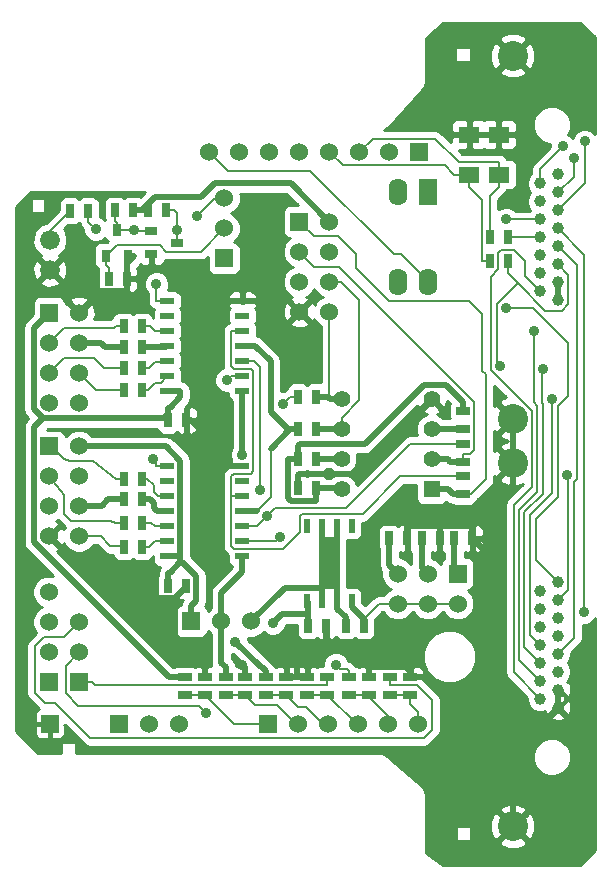
<source format=gtl>
G04 (created by PCBNEW (2013-07-07 BZR 4022)-stable) date 16/09/2013 17:45:25*
%MOIN*%
G04 Gerber Fmt 3.4, Leading zero omitted, Abs format*
%FSLAX34Y34*%
G01*
G70*
G90*
G04 APERTURE LIST*
%ADD10C,0.00590551*%
%ADD11R,0.0708X0.0551*%
%ADD12R,0.06X0.06*%
%ADD13C,0.06*%
%ADD14C,0.0393701*%
%ADD15C,0.1*%
%ADD16C,0.066*%
%ADD17R,0.045X0.025*%
%ADD18R,0.025X0.045*%
%ADD19R,0.045X0.02*%
%ADD20R,0.02X0.045*%
%ADD21R,0.0315X0.0394*%
%ADD22R,0.0394X0.0315*%
%ADD23R,0.055X0.055*%
%ADD24C,0.055*%
%ADD25R,0.062X0.09*%
%ADD26O,0.062X0.09*%
%ADD27C,0.035*%
%ADD28C,0.02*%
%ADD29C,0.008*%
%ADD30C,0.006*%
%ADD31C,0.01*%
G04 APERTURE END LIST*
G54D10*
G54D11*
X37708Y-26244D03*
X37708Y-27582D03*
X36724Y-26244D03*
X36724Y-27582D03*
G54D12*
X25039Y-45905D03*
G54D13*
X26039Y-45905D03*
X27039Y-45905D03*
G54D12*
X23712Y-44507D03*
G54D13*
X23712Y-43507D03*
X23712Y-42507D03*
G54D14*
X39677Y-27574D03*
X39086Y-27874D03*
X39677Y-28173D03*
X39086Y-28472D03*
X39677Y-28771D03*
X39086Y-29070D03*
X39677Y-29370D03*
X39086Y-29669D03*
X39677Y-29968D03*
X39086Y-30267D03*
X39677Y-30566D03*
X39086Y-30866D03*
X39677Y-31165D03*
X39086Y-31464D03*
X39677Y-31763D03*
G54D15*
X38177Y-23620D03*
X38177Y-35718D03*
G54D14*
X39677Y-41157D03*
X39086Y-41456D03*
X39677Y-41755D03*
X39086Y-42055D03*
X39677Y-42354D03*
X39086Y-42653D03*
X39677Y-42952D03*
X39086Y-43251D03*
X39677Y-43551D03*
X39086Y-43850D03*
X39677Y-44149D03*
X39086Y-44448D03*
X39677Y-44748D03*
X39086Y-45047D03*
X39677Y-45346D03*
G54D15*
X38177Y-37202D03*
X38177Y-49301D03*
G54D16*
X22748Y-29759D03*
X22748Y-30759D03*
G54D12*
X36346Y-40881D03*
G54D13*
X36346Y-41881D03*
X35346Y-40881D03*
X35346Y-41881D03*
X34346Y-40881D03*
X34346Y-41881D03*
G54D12*
X22708Y-44496D03*
G54D13*
X22708Y-43496D03*
X22708Y-42496D03*
X22708Y-41496D03*
G54D12*
X31066Y-29153D03*
G54D13*
X32066Y-29153D03*
X31066Y-30153D03*
X32066Y-30153D03*
X31066Y-31153D03*
X32066Y-31153D03*
X31066Y-32153D03*
X32066Y-32153D03*
G54D12*
X22720Y-32185D03*
G54D13*
X23720Y-32185D03*
X22720Y-33185D03*
X23720Y-33185D03*
X22720Y-34185D03*
X23720Y-34185D03*
X22720Y-35185D03*
X23720Y-35185D03*
G54D12*
X22720Y-36633D03*
G54D13*
X23720Y-36633D03*
X22720Y-37633D03*
X23720Y-37633D03*
X22720Y-38633D03*
X23720Y-38633D03*
X22720Y-39633D03*
X23720Y-39633D03*
G54D17*
X27905Y-44929D03*
X27905Y-44329D03*
X29244Y-44929D03*
X29244Y-44329D03*
X34086Y-44329D03*
X34086Y-44929D03*
X32708Y-44329D03*
X32708Y-44929D03*
X32000Y-44329D03*
X32000Y-44929D03*
X30622Y-44929D03*
X30622Y-44329D03*
X31330Y-44929D03*
X31330Y-44329D03*
X34755Y-44929D03*
X34755Y-44329D03*
G54D18*
X23432Y-28783D03*
X24032Y-28783D03*
X38008Y-30456D03*
X37408Y-30456D03*
G54D17*
X36527Y-35471D03*
X36527Y-36071D03*
G54D18*
X31011Y-37051D03*
X31611Y-37051D03*
G54D17*
X29952Y-44329D03*
X29952Y-44929D03*
X36527Y-37637D03*
X36527Y-38237D03*
G54D18*
X31011Y-36066D03*
X31611Y-36066D03*
G54D17*
X36527Y-36554D03*
X36527Y-37154D03*
G54D18*
X31011Y-34984D03*
X31611Y-34984D03*
X25823Y-39196D03*
X25223Y-39196D03*
X25823Y-38409D03*
X25223Y-38409D03*
X25823Y-39984D03*
X25223Y-39984D03*
X25803Y-33330D03*
X25203Y-33330D03*
X25803Y-34039D03*
X25203Y-34039D03*
G54D17*
X27236Y-44329D03*
X27236Y-44929D03*
G54D18*
X34062Y-39708D03*
X34662Y-39708D03*
G54D17*
X28614Y-44329D03*
X28614Y-44929D03*
G54D18*
X33205Y-42622D03*
X32605Y-42622D03*
X25528Y-28763D03*
X24928Y-28763D03*
X24711Y-31047D03*
X25311Y-31047D03*
X36227Y-39708D03*
X36827Y-39708D03*
X25803Y-34748D03*
X25203Y-34748D03*
X35144Y-39708D03*
X35744Y-39708D03*
X27300Y-41283D03*
X26700Y-41283D03*
X31611Y-38035D03*
X31011Y-38035D03*
X27300Y-35771D03*
X26700Y-35771D03*
X31365Y-42622D03*
X31965Y-42622D03*
G54D19*
X29166Y-40303D03*
X29166Y-39803D03*
X29166Y-39303D03*
X29166Y-38803D03*
X29166Y-38303D03*
X29166Y-37803D03*
X29166Y-37303D03*
X26666Y-37303D03*
X26666Y-37803D03*
X26666Y-38803D03*
X26666Y-39303D03*
X26666Y-39803D03*
X26666Y-40303D03*
X26666Y-38303D03*
X29166Y-34791D03*
X29166Y-34291D03*
X29166Y-33791D03*
X29166Y-33291D03*
X29166Y-32791D03*
X29166Y-32291D03*
X29166Y-31791D03*
X26666Y-31791D03*
X26666Y-32291D03*
X26666Y-33291D03*
X26666Y-33791D03*
X26666Y-34291D03*
X26666Y-34791D03*
X26666Y-32791D03*
G54D20*
X31309Y-39285D03*
X31809Y-39285D03*
X32309Y-39285D03*
X32809Y-39285D03*
X32809Y-41785D03*
X32309Y-41785D03*
X31809Y-41785D03*
X31309Y-41785D03*
G54D21*
X24992Y-29413D03*
X25367Y-30279D03*
X24617Y-30279D03*
G54D22*
X26999Y-29846D03*
X26133Y-30221D03*
X26133Y-29471D03*
G54D12*
X27456Y-42464D03*
G54D13*
X28456Y-42464D03*
X29456Y-42464D03*
G54D12*
X28555Y-30374D03*
G54D13*
X28555Y-29374D03*
X28555Y-28374D03*
G54D12*
X22748Y-45889D03*
G54D18*
X38008Y-29669D03*
X37408Y-29669D03*
X26030Y-28763D03*
X26630Y-28763D03*
G54D17*
X33377Y-44929D03*
X33377Y-44329D03*
G54D18*
X25803Y-32622D03*
X25203Y-32622D03*
X25823Y-37720D03*
X25223Y-37720D03*
G54D23*
X35468Y-38059D03*
G54D24*
X35468Y-37059D03*
X35468Y-36059D03*
X35468Y-35059D03*
X32468Y-35059D03*
X32468Y-36059D03*
X32468Y-37059D03*
X32468Y-38059D03*
G54D12*
X35062Y-26826D03*
G54D13*
X34062Y-26826D03*
X33062Y-26826D03*
X32062Y-26826D03*
X31062Y-26826D03*
X30062Y-26826D03*
X29062Y-26826D03*
X28062Y-26826D03*
G54D12*
X30031Y-45909D03*
G54D13*
X31031Y-45909D03*
X32031Y-45909D03*
X33031Y-45909D03*
X34031Y-45909D03*
X35031Y-45909D03*
G54D25*
X35362Y-28169D03*
G54D26*
X34362Y-28169D03*
X34362Y-31169D03*
X35362Y-31169D03*
G54D27*
X30181Y-42528D03*
X27649Y-28960D03*
X24279Y-29401D03*
X26999Y-29410D03*
X26301Y-31227D03*
X26183Y-37070D03*
X25556Y-29436D03*
X39991Y-37585D03*
X40206Y-27010D03*
X39843Y-26629D03*
X40578Y-26474D03*
X39472Y-35056D03*
X37763Y-33953D03*
X37959Y-29070D03*
X38868Y-32799D03*
X37951Y-32037D03*
X40553Y-42163D03*
X39184Y-34048D03*
X29149Y-43929D03*
X29992Y-38960D03*
X29755Y-38094D03*
X28653Y-34433D03*
X30503Y-35220D03*
X30425Y-39669D03*
X32283Y-43915D03*
X27938Y-45518D03*
X29166Y-36912D03*
X28934Y-43147D03*
G54D28*
X31365Y-42622D02*
X31365Y-42231D01*
X31365Y-41841D02*
X31309Y-41785D01*
X31365Y-42231D02*
X31365Y-41841D01*
X30478Y-42231D02*
X30181Y-42528D01*
X31365Y-42231D02*
X30478Y-42231D01*
G54D29*
X37708Y-27582D02*
X37708Y-27998D01*
X36373Y-27166D02*
X37708Y-27166D01*
X35593Y-26386D02*
X36373Y-27166D01*
X33503Y-26386D02*
X35593Y-26386D01*
X33062Y-26826D02*
X33503Y-26386D01*
X37708Y-27582D02*
X37708Y-27166D01*
X37408Y-28298D02*
X37408Y-29304D01*
X37708Y-27998D02*
X37408Y-28298D01*
X37408Y-29669D02*
X37408Y-29304D01*
X24032Y-28783D02*
X24032Y-29154D01*
X28236Y-28374D02*
X28555Y-28374D01*
X27649Y-28960D02*
X28236Y-28374D01*
X24032Y-29154D02*
X24279Y-29401D01*
X32460Y-31153D02*
X32066Y-31153D01*
X33062Y-31755D02*
X32460Y-31153D01*
X33062Y-35102D02*
X33062Y-31755D01*
X32468Y-35696D02*
X33062Y-35102D01*
X32468Y-35964D02*
X32468Y-35696D01*
X32468Y-36059D02*
X32468Y-35964D01*
G54D28*
X31611Y-36066D02*
X32460Y-36066D01*
G54D29*
X32460Y-36066D02*
X32468Y-36059D01*
X32468Y-36059D02*
X32468Y-35964D01*
G54D28*
X24696Y-38409D02*
X25223Y-38409D01*
X24472Y-38633D02*
X24696Y-38409D01*
X23720Y-38633D02*
X24472Y-38633D01*
X24598Y-33330D02*
X25203Y-33330D01*
X24452Y-33185D02*
X24598Y-33330D01*
X23720Y-33185D02*
X24452Y-33185D01*
G54D29*
X26630Y-28763D02*
X26895Y-28763D01*
X26999Y-29809D02*
X26999Y-29772D01*
X26999Y-29809D02*
X26999Y-29846D01*
X26666Y-31791D02*
X26301Y-31791D01*
X26301Y-31791D02*
X26301Y-31227D01*
X26999Y-29772D02*
X26999Y-29410D01*
X26999Y-28867D02*
X26895Y-28763D01*
X26999Y-29410D02*
X26999Y-28867D01*
G54D28*
X36003Y-37059D02*
X35468Y-37059D01*
X36099Y-37154D02*
X36003Y-37059D01*
X36527Y-37154D02*
X36099Y-37154D01*
G54D29*
X31566Y-30653D02*
X31066Y-30153D01*
X32380Y-30653D02*
X31566Y-30653D01*
X36900Y-35173D02*
X32380Y-30653D01*
X36900Y-36748D02*
X36900Y-35173D01*
X36759Y-36889D02*
X36900Y-36748D01*
X36527Y-36889D02*
X36759Y-36889D01*
X36527Y-37154D02*
X36527Y-36889D01*
X24757Y-39133D02*
X24958Y-39196D01*
X23450Y-39133D02*
X24757Y-39133D01*
X23221Y-38904D02*
X23450Y-39133D01*
X23221Y-38272D02*
X23221Y-38904D01*
X22720Y-37633D02*
X23221Y-38272D01*
X25223Y-39196D02*
X24958Y-39196D01*
X23220Y-33685D02*
X22720Y-34185D01*
X24204Y-33685D02*
X23220Y-33685D01*
X24559Y-34039D02*
X24204Y-33685D01*
X25203Y-34039D02*
X24559Y-34039D01*
G54D28*
X32074Y-35059D02*
X32037Y-35021D01*
X32468Y-35059D02*
X32074Y-35059D01*
X32000Y-34984D02*
X31611Y-34984D01*
X32037Y-35021D02*
X32000Y-34984D01*
G54D29*
X32066Y-34992D02*
X32066Y-32153D01*
X32037Y-35021D02*
X32066Y-34992D01*
G54D28*
X25203Y-39964D02*
X25223Y-39984D01*
G54D29*
X24767Y-39964D02*
X25203Y-39964D01*
X24437Y-39633D02*
X24767Y-39964D01*
X23720Y-39633D02*
X24437Y-39633D01*
X24283Y-34748D02*
X23720Y-34185D01*
X25203Y-34748D02*
X24283Y-34748D01*
X24617Y-30279D02*
X24617Y-30593D01*
X24711Y-30688D02*
X24711Y-31047D01*
X24617Y-30593D02*
X24711Y-30688D01*
X25169Y-29923D02*
X24972Y-29923D01*
X24972Y-29923D02*
X24617Y-30279D01*
X27785Y-30144D02*
X28555Y-29374D01*
X26626Y-30144D02*
X27785Y-30144D01*
X26405Y-29923D02*
X26626Y-30144D01*
X25169Y-29923D02*
X26405Y-29923D01*
X36527Y-38237D02*
X36778Y-38237D01*
X31543Y-29629D02*
X31066Y-29153D01*
X32354Y-29629D02*
X31543Y-29629D01*
X32944Y-30220D02*
X32354Y-29629D01*
X32944Y-30692D02*
X32944Y-30220D01*
X34047Y-31795D02*
X32944Y-30692D01*
X36724Y-31795D02*
X34047Y-31795D01*
X37157Y-32228D02*
X36724Y-31795D01*
X37157Y-34118D02*
X37157Y-32228D01*
X37275Y-34236D02*
X37157Y-34118D01*
X37275Y-37740D02*
X37275Y-34236D01*
X36778Y-38237D02*
X37275Y-37740D01*
G54D28*
X36019Y-38059D02*
X35468Y-38059D01*
X36197Y-38237D02*
X36019Y-38059D01*
X36527Y-38237D02*
X36197Y-38237D01*
G54D29*
X22720Y-36633D02*
X22783Y-36633D01*
X23417Y-37129D02*
X23417Y-37133D01*
X23220Y-37070D02*
X23417Y-37129D01*
X22783Y-36633D02*
X23220Y-37070D01*
X24193Y-37133D02*
X23417Y-37133D01*
X25223Y-37720D02*
X24958Y-37720D01*
X24958Y-37720D02*
X24193Y-37133D01*
X23220Y-32685D02*
X22720Y-33185D01*
X24875Y-32685D02*
X23220Y-32685D01*
X24938Y-32622D02*
X24875Y-32685D01*
X25203Y-32622D02*
X24938Y-32622D01*
X24992Y-29192D02*
X24928Y-29128D01*
X24992Y-29413D02*
X24992Y-29192D01*
X24928Y-28763D02*
X24928Y-29128D01*
X24992Y-29413D02*
X25289Y-29413D01*
X25591Y-29471D02*
X26133Y-29471D01*
X25556Y-29436D02*
X25591Y-29471D01*
X25312Y-29436D02*
X25556Y-29436D01*
X25289Y-29413D02*
X25312Y-29436D01*
X26301Y-37187D02*
X26183Y-37070D01*
X26301Y-37303D02*
X26301Y-37187D01*
X26666Y-37303D02*
X26301Y-37303D01*
X40206Y-27010D02*
X40206Y-27010D01*
X40206Y-27644D02*
X40206Y-27010D01*
X39677Y-28173D02*
X40206Y-27644D01*
X40018Y-37612D02*
X39991Y-37585D01*
X40018Y-41414D02*
X40018Y-37612D01*
X39677Y-41755D02*
X40018Y-41414D01*
X39086Y-27385D02*
X39086Y-27874D01*
X39843Y-26629D02*
X39086Y-27385D01*
X40578Y-27869D02*
X40578Y-26474D01*
X39677Y-28771D02*
X40578Y-27869D01*
X38008Y-29669D02*
X38273Y-29669D01*
X39086Y-29669D02*
X38273Y-29669D01*
X38747Y-42912D02*
X39086Y-43251D01*
X38747Y-38915D02*
X38747Y-42912D01*
X39472Y-38190D02*
X38747Y-38915D01*
X39472Y-35056D02*
X39472Y-38190D01*
X37636Y-33826D02*
X37763Y-33953D01*
X37636Y-31904D02*
X37636Y-33826D01*
X38341Y-31200D02*
X37636Y-31904D01*
X38008Y-30867D02*
X38341Y-31200D01*
X38008Y-30456D02*
X38008Y-30867D01*
X40032Y-30922D02*
X39677Y-30566D01*
X40032Y-31899D02*
X40032Y-30922D01*
X39811Y-32120D02*
X40032Y-31899D01*
X39260Y-32120D02*
X39811Y-32120D01*
X38341Y-31200D02*
X39260Y-32120D01*
X38206Y-44167D02*
X39086Y-45047D01*
X38206Y-38596D02*
X38206Y-44167D01*
X38819Y-37983D02*
X38206Y-38596D01*
X38819Y-35455D02*
X38819Y-37983D01*
X37446Y-34082D02*
X38819Y-35455D01*
X37446Y-30987D02*
X37446Y-34082D01*
X37699Y-30734D02*
X37446Y-30987D01*
X37699Y-30190D02*
X37699Y-30734D01*
X37798Y-30091D02*
X37699Y-30190D01*
X38216Y-30091D02*
X37798Y-30091D01*
X38576Y-30451D02*
X38216Y-30091D01*
X38576Y-30954D02*
X38576Y-30451D01*
X39086Y-31464D02*
X38576Y-30954D01*
X39086Y-29070D02*
X37959Y-29070D01*
X40307Y-30598D02*
X39677Y-29968D01*
X40307Y-37715D02*
X40307Y-30598D01*
X40212Y-37810D02*
X40307Y-37715D01*
X40212Y-43015D02*
X40212Y-37810D01*
X39677Y-43551D02*
X40212Y-43015D01*
X38386Y-43749D02*
X39086Y-44448D01*
X38386Y-38766D02*
X38386Y-43749D01*
X39001Y-38151D02*
X38386Y-38766D01*
X39001Y-35285D02*
X39001Y-38151D01*
X38868Y-35153D02*
X39001Y-35285D01*
X38868Y-32799D02*
X38868Y-35153D01*
X38840Y-32037D02*
X37951Y-32037D01*
X40008Y-33205D02*
X38840Y-32037D01*
X40008Y-34965D02*
X40008Y-33205D01*
X39676Y-35297D02*
X40008Y-34965D01*
X39676Y-38333D02*
X39676Y-35297D01*
X38949Y-39060D02*
X39676Y-38333D01*
X38949Y-40429D02*
X38949Y-39060D01*
X39677Y-41157D02*
X38949Y-40429D01*
X40553Y-30246D02*
X39677Y-29370D01*
X40553Y-42163D02*
X40553Y-30246D01*
X39157Y-34075D02*
X39184Y-34048D01*
X39157Y-35186D02*
X39157Y-34075D01*
X39181Y-35211D02*
X39157Y-35186D01*
X39181Y-38226D02*
X39181Y-35211D01*
X38567Y-38840D02*
X39181Y-38226D01*
X38567Y-43330D02*
X38567Y-38840D01*
X39086Y-43850D02*
X38567Y-43330D01*
X35914Y-27266D02*
X36230Y-27582D01*
X32503Y-27266D02*
X35914Y-27266D01*
X32062Y-26826D02*
X32503Y-27266D01*
X36724Y-27582D02*
X36230Y-27582D01*
X37143Y-28417D02*
X36724Y-27998D01*
X37143Y-30456D02*
X37143Y-28417D01*
X37408Y-30456D02*
X37143Y-30456D01*
X36724Y-27582D02*
X36724Y-27998D01*
X32460Y-37051D02*
X32468Y-37059D01*
G54D28*
X31611Y-37051D02*
X32460Y-37051D01*
G54D29*
X35362Y-31169D02*
X35362Y-31129D01*
X35362Y-31129D02*
X34944Y-30712D01*
X34464Y-30232D02*
X34219Y-30232D01*
X34944Y-30712D02*
X34464Y-30232D01*
X31434Y-27447D02*
X34219Y-30232D01*
X28683Y-27447D02*
X31434Y-27447D01*
X28062Y-26826D02*
X28683Y-27447D01*
G54D28*
X36527Y-36071D02*
X36148Y-36071D01*
X36136Y-36059D02*
X35468Y-36059D01*
G54D29*
X36148Y-36071D02*
X36136Y-36059D01*
G54D28*
X27300Y-35771D02*
X27462Y-35771D01*
X29166Y-37303D02*
X28741Y-37303D01*
X28741Y-37050D02*
X28741Y-37303D01*
X27462Y-35771D02*
X28741Y-37050D01*
X29244Y-44004D02*
X29225Y-44004D01*
X29225Y-44004D02*
X29149Y-43929D01*
X29244Y-44329D02*
X29244Y-44004D01*
X34755Y-44329D02*
X34755Y-44137D01*
X34622Y-44004D02*
X33377Y-44004D01*
X34755Y-44137D02*
X34622Y-44004D01*
X31965Y-43330D02*
X31606Y-43330D01*
X30976Y-43960D02*
X30976Y-44329D01*
X31606Y-43330D02*
X30976Y-43960D01*
X30622Y-44329D02*
X30976Y-44329D01*
X30976Y-44329D02*
X31330Y-44329D01*
X38141Y-45780D02*
X38141Y-44590D01*
X37590Y-40471D02*
X36827Y-39708D01*
X37590Y-44039D02*
X37590Y-40471D01*
X38141Y-44590D02*
X37590Y-44039D01*
X34755Y-44329D02*
X35203Y-44329D01*
X36654Y-45780D02*
X38141Y-45780D01*
X38141Y-45780D02*
X38177Y-45780D01*
X35203Y-44329D02*
X36654Y-45780D01*
X25367Y-30279D02*
X25545Y-30279D01*
X30704Y-31791D02*
X31066Y-32153D01*
X29166Y-31791D02*
X30704Y-31791D01*
X25311Y-30513D02*
X25311Y-31047D01*
X25545Y-30279D02*
X25311Y-30513D01*
X24433Y-31472D02*
X23720Y-32185D01*
X25311Y-31472D02*
X24433Y-31472D01*
X25311Y-31047D02*
X25311Y-31472D01*
X36724Y-26244D02*
X37708Y-26244D01*
X39677Y-31165D02*
X39677Y-31763D01*
X31062Y-37559D02*
X31011Y-37610D01*
X32968Y-37559D02*
X31062Y-37559D01*
X35468Y-35059D02*
X32968Y-37559D01*
X31011Y-38035D02*
X31011Y-37610D01*
X35744Y-39708D02*
X35744Y-39283D01*
X35744Y-39283D02*
X34662Y-39283D01*
X34662Y-39708D02*
X34662Y-39283D01*
X39677Y-45346D02*
X39677Y-44748D01*
X33377Y-44329D02*
X33377Y-44004D01*
X31965Y-42622D02*
X31965Y-43330D01*
X31965Y-43330D02*
X31965Y-43370D01*
X33377Y-44004D02*
X32743Y-43370D01*
X32743Y-43370D02*
X31965Y-43370D01*
X38177Y-35718D02*
X38177Y-37202D01*
X36827Y-39283D02*
X35744Y-39283D01*
X36827Y-39708D02*
X36827Y-39283D01*
X38177Y-37933D02*
X38177Y-37202D01*
X36827Y-39283D02*
X38177Y-37933D01*
X37708Y-24088D02*
X37708Y-26244D01*
X38177Y-23620D02*
X37708Y-24088D01*
X39243Y-45780D02*
X39677Y-45346D01*
X38177Y-45780D02*
X39243Y-45780D01*
X38177Y-45780D02*
X38177Y-49301D01*
X27905Y-44329D02*
X27905Y-44004D01*
X26912Y-43011D02*
X27905Y-44004D01*
X26912Y-41708D02*
X26912Y-43011D01*
X24795Y-41708D02*
X26912Y-41708D01*
X22720Y-39633D02*
X24795Y-41708D01*
X27300Y-41321D02*
X27300Y-41283D01*
X26912Y-41708D02*
X27300Y-41321D01*
G54D29*
X24239Y-44595D02*
X24152Y-44507D01*
X32000Y-44595D02*
X24239Y-44595D01*
X32000Y-44329D02*
X32000Y-44595D01*
X23712Y-44507D02*
X24152Y-44507D01*
X22748Y-29759D02*
X22748Y-29467D01*
X22748Y-29467D02*
X23432Y-28783D01*
G54D30*
X33031Y-45909D02*
X32979Y-45909D01*
G54D29*
X32979Y-45909D02*
X32000Y-44929D01*
G54D30*
X32000Y-44929D02*
X31330Y-44929D01*
X32031Y-45909D02*
X31862Y-45909D01*
G54D29*
X31030Y-45338D02*
X30622Y-44929D01*
X31291Y-45338D02*
X31030Y-45338D01*
X31862Y-45909D02*
X31291Y-45338D01*
G54D30*
X30622Y-44929D02*
X29952Y-44929D01*
X31031Y-45909D02*
X30956Y-45909D01*
G54D29*
X29574Y-45259D02*
X29244Y-44929D01*
X30307Y-45259D02*
X29574Y-45259D01*
X30956Y-45909D02*
X30307Y-45259D01*
G54D30*
X29244Y-44929D02*
X28614Y-44929D01*
G54D29*
X28885Y-45909D02*
X27905Y-44929D01*
X30031Y-45909D02*
X28885Y-45909D01*
G54D30*
X27905Y-44929D02*
X27236Y-44929D01*
G54D29*
X23224Y-42996D02*
X23712Y-42507D01*
X22566Y-42996D02*
X23224Y-42996D01*
X22256Y-43305D02*
X22566Y-42996D01*
X22256Y-44852D02*
X22256Y-43305D01*
X22597Y-45192D02*
X22256Y-44852D01*
X22925Y-45192D02*
X22597Y-45192D01*
X24101Y-46369D02*
X22925Y-45192D01*
X35221Y-46369D02*
X24101Y-46369D01*
X35494Y-46096D02*
X35221Y-46369D01*
X35494Y-45107D02*
X35494Y-46096D01*
X34981Y-44595D02*
X35494Y-45107D01*
X34086Y-44595D02*
X34981Y-44595D01*
X34086Y-44329D02*
X34086Y-44595D01*
G54D28*
X31809Y-41283D02*
X32309Y-41283D01*
X31809Y-41086D02*
X32309Y-41086D01*
X31809Y-40889D02*
X32309Y-40889D01*
X31809Y-40692D02*
X32309Y-40692D01*
X31809Y-40318D02*
X32309Y-40318D01*
X31809Y-40141D02*
X32309Y-40141D01*
X31809Y-39944D02*
X32309Y-39944D01*
X31809Y-39748D02*
X32309Y-39748D01*
X32309Y-39748D02*
X32216Y-39748D01*
X32216Y-39748D02*
X32309Y-39748D01*
X31809Y-40496D02*
X32309Y-40496D01*
X32309Y-39285D02*
X32309Y-39748D01*
X32309Y-39748D02*
X32309Y-39944D01*
X32309Y-39944D02*
X32309Y-40141D01*
X32309Y-40141D02*
X32309Y-40318D01*
X32309Y-40318D02*
X32309Y-40496D01*
X32309Y-40496D02*
X32309Y-40692D01*
X32309Y-40692D02*
X32309Y-40889D01*
X32309Y-40889D02*
X32309Y-41086D01*
X32309Y-41086D02*
X32309Y-41283D01*
X32309Y-41283D02*
X32309Y-41785D01*
X32605Y-42341D02*
X32309Y-42045D01*
X32605Y-42622D02*
X32605Y-42341D01*
G54D30*
X32309Y-42045D02*
X32309Y-41915D01*
X32309Y-41915D02*
X32309Y-41785D01*
G54D28*
X31809Y-41344D02*
X31809Y-41283D01*
X31809Y-41283D02*
X31809Y-41086D01*
X31809Y-41086D02*
X31809Y-40889D01*
X31809Y-40889D02*
X31809Y-40692D01*
X31809Y-40692D02*
X31809Y-40496D01*
X31809Y-40496D02*
X31809Y-40318D01*
X31809Y-40318D02*
X31809Y-40141D01*
X31809Y-40141D02*
X31809Y-39944D01*
X31809Y-39944D02*
X31809Y-39748D01*
X31809Y-39748D02*
X31809Y-39285D01*
X30576Y-41344D02*
X29456Y-42464D01*
X31809Y-41344D02*
X30576Y-41344D01*
X31809Y-41785D02*
X31809Y-41344D01*
X36227Y-40762D02*
X36346Y-40881D01*
X36227Y-39708D02*
X36227Y-40762D01*
X34062Y-40597D02*
X34346Y-40881D01*
X34062Y-39708D02*
X34062Y-40597D01*
X35144Y-40680D02*
X35346Y-40881D01*
X35144Y-39708D02*
X35144Y-40680D01*
G54D29*
X29649Y-39303D02*
X29166Y-39303D01*
X29992Y-38960D02*
X29649Y-39303D01*
X29755Y-34000D02*
X29755Y-38094D01*
X29547Y-33791D02*
X29755Y-34000D01*
X29166Y-33791D02*
X29547Y-33791D01*
X34759Y-36554D02*
X36527Y-36554D01*
X32610Y-38703D02*
X34759Y-36554D01*
X30249Y-38703D02*
X32610Y-38703D01*
X29992Y-38960D02*
X30249Y-38703D01*
X28795Y-34291D02*
X28653Y-34433D01*
X29166Y-34291D02*
X28795Y-34291D01*
X30740Y-34984D02*
X31011Y-34984D01*
X30503Y-35220D02*
X30740Y-34984D01*
X30291Y-39803D02*
X30425Y-39669D01*
X29166Y-39803D02*
X30291Y-39803D01*
G54D28*
X31011Y-36066D02*
X30759Y-36066D01*
X29637Y-38803D02*
X29166Y-38803D01*
G54D29*
X30110Y-38330D02*
X29637Y-38803D01*
X30110Y-36716D02*
X30110Y-38330D01*
G54D28*
X30759Y-36066D02*
X30110Y-36716D01*
X30681Y-36066D02*
X30759Y-36066D01*
X30110Y-35496D02*
X30681Y-36066D01*
X30110Y-33803D02*
X30110Y-35496D01*
X29598Y-33291D02*
X30110Y-33803D01*
X29166Y-33291D02*
X29598Y-33291D01*
X30759Y-36066D02*
X31011Y-36066D01*
G54D29*
X28801Y-33969D02*
X28801Y-32791D01*
X28882Y-34051D02*
X28801Y-33969D01*
X29451Y-34051D02*
X28882Y-34051D01*
X29531Y-34131D02*
X29451Y-34051D01*
X29531Y-37463D02*
X29531Y-34131D01*
X29451Y-37543D02*
X29531Y-37463D01*
X28896Y-37543D02*
X29451Y-37543D01*
X28801Y-37638D02*
X28896Y-37543D01*
X28801Y-38303D02*
X28801Y-37638D01*
X29166Y-32791D02*
X28801Y-32791D01*
X29166Y-38303D02*
X28846Y-38303D01*
X28846Y-38303D02*
X28801Y-38303D01*
X34432Y-37637D02*
X36527Y-37637D01*
X33182Y-38886D02*
X34432Y-37637D01*
X31152Y-38886D02*
X33182Y-38886D01*
X31068Y-38970D02*
X31152Y-38886D01*
X31068Y-39492D02*
X31068Y-38970D01*
X30517Y-40043D02*
X31068Y-39492D01*
X28881Y-40043D02*
X30517Y-40043D01*
X28801Y-39963D02*
X28881Y-40043D01*
X28801Y-38303D02*
X28801Y-39963D01*
X32708Y-44329D02*
X32708Y-44118D01*
X32655Y-44064D02*
X32433Y-44064D01*
X32708Y-44118D02*
X32655Y-44064D01*
X27938Y-45518D02*
X27704Y-45284D01*
X27704Y-45284D02*
X23689Y-45284D01*
X23689Y-45284D02*
X23272Y-44867D01*
X23272Y-44867D02*
X23272Y-43948D01*
X23272Y-43948D02*
X23712Y-43507D01*
X32433Y-44064D02*
X32283Y-43915D01*
X26342Y-38303D02*
X26666Y-38303D01*
X26212Y-38173D02*
X26342Y-38303D01*
X26212Y-37937D02*
X26212Y-38173D01*
X25996Y-37720D02*
X26212Y-37937D01*
X25823Y-37720D02*
X25996Y-37720D01*
X26614Y-33842D02*
X26666Y-33791D01*
X26251Y-33842D02*
X26614Y-33842D01*
X26055Y-34039D02*
X26251Y-33842D01*
X25803Y-34039D02*
X26055Y-34039D01*
G54D30*
X33205Y-42622D02*
X33205Y-42390D01*
X32809Y-41994D02*
X32809Y-41785D01*
G54D28*
X33205Y-42390D02*
X32809Y-41994D01*
G54D30*
X36346Y-41881D02*
X35346Y-41881D01*
X35346Y-41881D02*
X34346Y-41881D01*
G54D29*
X33714Y-41881D02*
X33205Y-42390D01*
X34346Y-41881D02*
X33714Y-41881D01*
X26445Y-34511D02*
X26666Y-34291D01*
X26251Y-34511D02*
X26445Y-34511D01*
X26015Y-34748D02*
X26251Y-34511D01*
X25803Y-34748D02*
X26015Y-34748D01*
G54D28*
X25803Y-33330D02*
X26626Y-33330D01*
G54D29*
X26626Y-33330D02*
X26666Y-33291D01*
X26238Y-32791D02*
X26069Y-32622D01*
X26666Y-32791D02*
X26238Y-32791D01*
X25803Y-32622D02*
X26069Y-32622D01*
X26236Y-39803D02*
X26666Y-39803D01*
X26055Y-39984D02*
X26236Y-39803D01*
X25823Y-39984D02*
X26055Y-39984D01*
X26240Y-39303D02*
X26666Y-39303D01*
X26133Y-39196D02*
X26240Y-39303D01*
X25823Y-39196D02*
X26133Y-39196D01*
G54D28*
X26330Y-38803D02*
X26666Y-38803D01*
X26212Y-38685D02*
X26330Y-38803D01*
X26212Y-38527D02*
X26212Y-38685D01*
X26094Y-38409D02*
X26212Y-38527D01*
X25823Y-38409D02*
X26094Y-38409D01*
G54D30*
X34031Y-45909D02*
X34031Y-45637D01*
X33377Y-44984D02*
X33377Y-44929D01*
G54D29*
X34031Y-45637D02*
X33377Y-44984D01*
G54D30*
X33377Y-44929D02*
X32708Y-44929D01*
X34755Y-44929D02*
X34086Y-44929D01*
G54D29*
X34755Y-45220D02*
X34755Y-44929D01*
X35031Y-45496D02*
X34755Y-45220D01*
X35031Y-45909D02*
X35031Y-45496D01*
X32444Y-38035D02*
X32468Y-38059D01*
G54D28*
X31611Y-38035D02*
X32444Y-38035D01*
X30775Y-38460D02*
X31611Y-38460D01*
X30685Y-38370D02*
X30775Y-38460D01*
X30685Y-37051D02*
X30685Y-38370D01*
X31011Y-37051D02*
X30685Y-37051D01*
X31611Y-38035D02*
X31611Y-38460D01*
X31078Y-36559D02*
X31011Y-36626D01*
X33242Y-36559D02*
X31078Y-36559D01*
X35217Y-34583D02*
X33242Y-36559D01*
X35964Y-34583D02*
X35217Y-34583D01*
X36527Y-35146D02*
X35964Y-34583D01*
X36527Y-35471D02*
X36527Y-35146D01*
X31011Y-37051D02*
X31011Y-36626D01*
X26030Y-28763D02*
X26030Y-28551D01*
X25853Y-28728D02*
X25853Y-28763D01*
X26030Y-28551D02*
X25853Y-28728D01*
X25528Y-28763D02*
X25853Y-28763D01*
X29166Y-34791D02*
X29166Y-36912D01*
X28456Y-41519D02*
X28456Y-42464D01*
X29166Y-40810D02*
X28456Y-41519D01*
X29166Y-40303D02*
X29166Y-40810D01*
X28614Y-44329D02*
X28614Y-44004D01*
X26256Y-28325D02*
X26030Y-28551D01*
X27780Y-28325D02*
X26256Y-28325D01*
X28240Y-27865D02*
X27780Y-28325D01*
X30778Y-27865D02*
X28240Y-27865D01*
X32066Y-29153D02*
X30778Y-27865D01*
X28456Y-43847D02*
X28614Y-44004D01*
X28456Y-42464D02*
X28456Y-43847D01*
X29952Y-44329D02*
X29952Y-44137D01*
X29952Y-44137D02*
X29819Y-44004D01*
X29792Y-44004D02*
X29819Y-44004D01*
X28934Y-43147D02*
X29792Y-44004D01*
X27456Y-42464D02*
X27456Y-41964D01*
X26700Y-41283D02*
X26700Y-40858D01*
X26666Y-40303D02*
X27091Y-40303D01*
X26740Y-40858D02*
X26700Y-40858D01*
X27091Y-40507D02*
X26740Y-40858D01*
X27627Y-41793D02*
X27456Y-41964D01*
X27627Y-40967D02*
X27627Y-41793D01*
X27167Y-40507D02*
X27627Y-40967D01*
X27091Y-40507D02*
X27167Y-40507D01*
X27091Y-37117D02*
X27091Y-40303D01*
X26607Y-36633D02*
X27091Y-37117D01*
X23720Y-36633D02*
X26607Y-36633D01*
X27091Y-40303D02*
X27091Y-40507D01*
X26740Y-35346D02*
X26700Y-35346D01*
X27091Y-34995D02*
X26740Y-35346D01*
X27091Y-34791D02*
X27091Y-34995D01*
X26666Y-34791D02*
X27091Y-34791D01*
X26700Y-35771D02*
X26700Y-35559D01*
X26700Y-35559D02*
X26700Y-35346D01*
X22220Y-36007D02*
X22526Y-35701D01*
X22220Y-39840D02*
X22220Y-36007D01*
X26709Y-44329D02*
X22220Y-39840D01*
X27236Y-44329D02*
X26709Y-44329D01*
X26557Y-35701D02*
X22526Y-35701D01*
X26700Y-35559D02*
X26557Y-35701D01*
X22212Y-32693D02*
X22720Y-32185D01*
X22212Y-35387D02*
X22212Y-32693D01*
X22526Y-35701D02*
X22212Y-35387D01*
G54D10*
G36*
X25425Y-30329D02*
X25417Y-30329D01*
X25417Y-30337D01*
X25317Y-30337D01*
X25317Y-30329D01*
X25309Y-30329D01*
X25309Y-30229D01*
X25317Y-30229D01*
X25317Y-30221D01*
X25417Y-30221D01*
X25417Y-30229D01*
X25425Y-30229D01*
X25425Y-30329D01*
X25425Y-30329D01*
G37*
G54D31*
X25425Y-30329D02*
X25417Y-30329D01*
X25417Y-30337D01*
X25317Y-30337D01*
X25317Y-30329D01*
X25309Y-30329D01*
X25309Y-30229D01*
X25317Y-30229D01*
X25317Y-30221D01*
X25417Y-30221D01*
X25417Y-30229D01*
X25425Y-30229D01*
X25425Y-30329D01*
G54D10*
G36*
X26085Y-45911D02*
X26044Y-45951D01*
X26039Y-45946D01*
X26033Y-45951D01*
X25993Y-45911D01*
X25998Y-45905D01*
X25993Y-45899D01*
X26033Y-45859D01*
X26039Y-45864D01*
X26044Y-45859D01*
X26085Y-45899D01*
X26080Y-45905D01*
X26085Y-45911D01*
X26085Y-45911D01*
G37*
G54D31*
X26085Y-45911D02*
X26044Y-45951D01*
X26039Y-45946D01*
X26033Y-45951D01*
X25993Y-45911D01*
X25998Y-45905D01*
X25993Y-45899D01*
X26033Y-45859D01*
X26039Y-45864D01*
X26044Y-45859D01*
X26085Y-45899D01*
X26080Y-45905D01*
X26085Y-45911D01*
G54D10*
G36*
X27085Y-45911D02*
X27044Y-45951D01*
X27039Y-45946D01*
X27033Y-45951D01*
X26993Y-45911D01*
X26998Y-45905D01*
X26993Y-45899D01*
X27033Y-45859D01*
X27039Y-45864D01*
X27044Y-45859D01*
X27085Y-45899D01*
X27080Y-45905D01*
X27085Y-45911D01*
X27085Y-45911D01*
G37*
G54D31*
X27085Y-45911D02*
X27044Y-45951D01*
X27039Y-45946D01*
X27033Y-45951D01*
X26993Y-45911D01*
X26998Y-45905D01*
X26993Y-45899D01*
X27033Y-45859D01*
X27039Y-45864D01*
X27044Y-45859D01*
X27085Y-45899D01*
X27080Y-45905D01*
X27085Y-45911D01*
G54D10*
G36*
X28128Y-43954D02*
X28081Y-43954D01*
X28018Y-43954D01*
X27955Y-44017D01*
X27955Y-44279D01*
X27963Y-44279D01*
X27963Y-44305D01*
X27847Y-44305D01*
X27847Y-44279D01*
X27855Y-44279D01*
X27855Y-44017D01*
X27793Y-43954D01*
X27730Y-43954D01*
X27630Y-43954D01*
X27570Y-43979D01*
X27511Y-43954D01*
X27411Y-43954D01*
X26961Y-43954D01*
X26901Y-43979D01*
X26854Y-43979D01*
X22994Y-40120D01*
X23008Y-40115D01*
X23035Y-40019D01*
X22720Y-39704D01*
X22714Y-39710D01*
X22644Y-39639D01*
X22649Y-39633D01*
X22644Y-39628D01*
X22714Y-39557D01*
X22720Y-39563D01*
X23035Y-39247D01*
X23008Y-39152D01*
X22953Y-39132D01*
X23014Y-39107D01*
X23016Y-39109D01*
X23245Y-39338D01*
X23245Y-39338D01*
X23246Y-39339D01*
X23223Y-39397D01*
X23201Y-39346D01*
X23106Y-39318D01*
X22791Y-39633D01*
X23106Y-39949D01*
X23201Y-39921D01*
X23221Y-39866D01*
X23253Y-39945D01*
X23408Y-40099D01*
X23610Y-40183D01*
X23829Y-40183D01*
X24031Y-40100D01*
X24186Y-39945D01*
X24195Y-39923D01*
X24316Y-39923D01*
X24562Y-40169D01*
X24656Y-40232D01*
X24767Y-40254D01*
X24848Y-40254D01*
X24848Y-40258D01*
X24886Y-40350D01*
X24956Y-40421D01*
X25048Y-40459D01*
X25148Y-40459D01*
X25398Y-40459D01*
X25490Y-40421D01*
X25523Y-40387D01*
X25556Y-40421D01*
X25648Y-40459D01*
X25748Y-40459D01*
X25998Y-40459D01*
X26090Y-40421D01*
X26160Y-40351D01*
X26191Y-40277D01*
X26191Y-40452D01*
X26229Y-40544D01*
X26299Y-40614D01*
X26391Y-40653D01*
X26424Y-40653D01*
X26376Y-40724D01*
X26350Y-40858D01*
X26350Y-40948D01*
X26325Y-41008D01*
X26324Y-41107D01*
X26324Y-41557D01*
X26362Y-41649D01*
X26433Y-41720D01*
X26525Y-41758D01*
X26624Y-41758D01*
X26874Y-41758D01*
X26966Y-41720D01*
X27000Y-41687D01*
X27033Y-41720D01*
X27125Y-41758D01*
X27181Y-41758D01*
X27133Y-41830D01*
X27116Y-41914D01*
X27107Y-41914D01*
X27015Y-41952D01*
X26944Y-42022D01*
X26906Y-42114D01*
X26906Y-42214D01*
X26906Y-42814D01*
X26944Y-42905D01*
X27014Y-42976D01*
X27106Y-43014D01*
X27206Y-43014D01*
X27806Y-43014D01*
X27898Y-42976D01*
X27968Y-42906D01*
X28006Y-42814D01*
X28006Y-42792D01*
X28106Y-42892D01*
X28106Y-43847D01*
X28128Y-43954D01*
X28128Y-43954D01*
G37*
G54D31*
X28128Y-43954D02*
X28081Y-43954D01*
X28018Y-43954D01*
X27955Y-44017D01*
X27955Y-44279D01*
X27963Y-44279D01*
X27963Y-44305D01*
X27847Y-44305D01*
X27847Y-44279D01*
X27855Y-44279D01*
X27855Y-44017D01*
X27793Y-43954D01*
X27730Y-43954D01*
X27630Y-43954D01*
X27570Y-43979D01*
X27511Y-43954D01*
X27411Y-43954D01*
X26961Y-43954D01*
X26901Y-43979D01*
X26854Y-43979D01*
X22994Y-40120D01*
X23008Y-40115D01*
X23035Y-40019D01*
X22720Y-39704D01*
X22714Y-39710D01*
X22644Y-39639D01*
X22649Y-39633D01*
X22644Y-39628D01*
X22714Y-39557D01*
X22720Y-39563D01*
X23035Y-39247D01*
X23008Y-39152D01*
X22953Y-39132D01*
X23014Y-39107D01*
X23016Y-39109D01*
X23245Y-39338D01*
X23245Y-39338D01*
X23246Y-39339D01*
X23223Y-39397D01*
X23201Y-39346D01*
X23106Y-39318D01*
X22791Y-39633D01*
X23106Y-39949D01*
X23201Y-39921D01*
X23221Y-39866D01*
X23253Y-39945D01*
X23408Y-40099D01*
X23610Y-40183D01*
X23829Y-40183D01*
X24031Y-40100D01*
X24186Y-39945D01*
X24195Y-39923D01*
X24316Y-39923D01*
X24562Y-40169D01*
X24656Y-40232D01*
X24767Y-40254D01*
X24848Y-40254D01*
X24848Y-40258D01*
X24886Y-40350D01*
X24956Y-40421D01*
X25048Y-40459D01*
X25148Y-40459D01*
X25398Y-40459D01*
X25490Y-40421D01*
X25523Y-40387D01*
X25556Y-40421D01*
X25648Y-40459D01*
X25748Y-40459D01*
X25998Y-40459D01*
X26090Y-40421D01*
X26160Y-40351D01*
X26191Y-40277D01*
X26191Y-40452D01*
X26229Y-40544D01*
X26299Y-40614D01*
X26391Y-40653D01*
X26424Y-40653D01*
X26376Y-40724D01*
X26350Y-40858D01*
X26350Y-40948D01*
X26325Y-41008D01*
X26324Y-41107D01*
X26324Y-41557D01*
X26362Y-41649D01*
X26433Y-41720D01*
X26525Y-41758D01*
X26624Y-41758D01*
X26874Y-41758D01*
X26966Y-41720D01*
X27000Y-41687D01*
X27033Y-41720D01*
X27125Y-41758D01*
X27181Y-41758D01*
X27133Y-41830D01*
X27116Y-41914D01*
X27107Y-41914D01*
X27015Y-41952D01*
X26944Y-42022D01*
X26906Y-42114D01*
X26906Y-42214D01*
X26906Y-42814D01*
X26944Y-42905D01*
X27014Y-42976D01*
X27106Y-43014D01*
X27206Y-43014D01*
X27806Y-43014D01*
X27898Y-42976D01*
X27968Y-42906D01*
X28006Y-42814D01*
X28006Y-42792D01*
X28106Y-42892D01*
X28106Y-43847D01*
X28128Y-43954D01*
G54D10*
G36*
X29301Y-44305D02*
X29186Y-44305D01*
X29186Y-44279D01*
X29194Y-44279D01*
X29194Y-44017D01*
X29131Y-43954D01*
X29068Y-43954D01*
X28969Y-43954D01*
X28955Y-43960D01*
X28937Y-43870D01*
X28861Y-43757D01*
X28806Y-43702D01*
X28806Y-43554D01*
X28849Y-43572D01*
X28864Y-43572D01*
X29301Y-44009D01*
X29294Y-44017D01*
X29294Y-44279D01*
X29301Y-44279D01*
X29301Y-44305D01*
X29301Y-44305D01*
G37*
G54D31*
X29301Y-44305D02*
X29186Y-44305D01*
X29186Y-44279D01*
X29194Y-44279D01*
X29194Y-44017D01*
X29131Y-43954D01*
X29068Y-43954D01*
X28969Y-43954D01*
X28955Y-43960D01*
X28937Y-43870D01*
X28861Y-43757D01*
X28806Y-43702D01*
X28806Y-43554D01*
X28849Y-43572D01*
X28864Y-43572D01*
X29301Y-44009D01*
X29294Y-44017D01*
X29294Y-44279D01*
X29301Y-44279D01*
X29301Y-44305D01*
G54D10*
G36*
X32303Y-37559D02*
X32171Y-37613D01*
X32099Y-37685D01*
X31954Y-37685D01*
X31948Y-37669D01*
X31877Y-37598D01*
X31785Y-37560D01*
X31686Y-37560D01*
X31436Y-37560D01*
X31344Y-37598D01*
X31311Y-37631D01*
X31277Y-37598D01*
X31185Y-37560D01*
X31123Y-37560D01*
X31061Y-37622D01*
X31061Y-37560D01*
X31035Y-37560D01*
X31035Y-37526D01*
X31185Y-37526D01*
X31277Y-37488D01*
X31311Y-37454D01*
X31344Y-37487D01*
X31436Y-37526D01*
X31535Y-37526D01*
X31785Y-37526D01*
X31877Y-37488D01*
X31947Y-37417D01*
X31954Y-37401D01*
X32068Y-37401D01*
X32170Y-37503D01*
X32303Y-37559D01*
X32303Y-37559D01*
G37*
G54D31*
X32303Y-37559D02*
X32171Y-37613D01*
X32099Y-37685D01*
X31954Y-37685D01*
X31948Y-37669D01*
X31877Y-37598D01*
X31785Y-37560D01*
X31686Y-37560D01*
X31436Y-37560D01*
X31344Y-37598D01*
X31311Y-37631D01*
X31277Y-37598D01*
X31185Y-37560D01*
X31123Y-37560D01*
X31061Y-37622D01*
X31061Y-37560D01*
X31035Y-37560D01*
X31035Y-37526D01*
X31185Y-37526D01*
X31277Y-37488D01*
X31311Y-37454D01*
X31344Y-37487D01*
X31436Y-37526D01*
X31535Y-37526D01*
X31785Y-37526D01*
X31877Y-37488D01*
X31947Y-37417D01*
X31954Y-37401D01*
X32068Y-37401D01*
X32170Y-37503D01*
X32303Y-37559D01*
G54D10*
G36*
X34420Y-31219D02*
X34412Y-31219D01*
X34412Y-31227D01*
X34312Y-31227D01*
X34312Y-31219D01*
X34304Y-31219D01*
X34304Y-31119D01*
X34312Y-31119D01*
X34312Y-31111D01*
X34412Y-31111D01*
X34412Y-31119D01*
X34420Y-31119D01*
X34420Y-31219D01*
X34420Y-31219D01*
G37*
G54D31*
X34420Y-31219D02*
X34412Y-31219D01*
X34412Y-31227D01*
X34312Y-31227D01*
X34312Y-31219D01*
X34304Y-31219D01*
X34304Y-31119D01*
X34312Y-31119D01*
X34312Y-31111D01*
X34412Y-31111D01*
X34412Y-31119D01*
X34420Y-31119D01*
X34420Y-31219D01*
G54D10*
G36*
X36090Y-35204D02*
X36090Y-35204D01*
X36052Y-35296D01*
X36052Y-35396D01*
X36052Y-35646D01*
X36078Y-35709D01*
X35860Y-35709D01*
X35766Y-35614D01*
X35639Y-35561D01*
X35741Y-35519D01*
X35765Y-35426D01*
X35468Y-35129D01*
X35171Y-35426D01*
X35195Y-35519D01*
X35305Y-35558D01*
X35171Y-35613D01*
X35023Y-35761D01*
X34943Y-35954D01*
X34943Y-36163D01*
X34985Y-36264D01*
X34759Y-36264D01*
X34759Y-36264D01*
X34648Y-36286D01*
X34554Y-36349D01*
X34554Y-36349D01*
X32980Y-37923D01*
X32913Y-37762D01*
X32766Y-37614D01*
X32633Y-37559D01*
X32765Y-37504D01*
X32913Y-37356D01*
X32993Y-37163D01*
X32993Y-36955D01*
X32974Y-36909D01*
X33242Y-36909D01*
X33376Y-36882D01*
X33376Y-36882D01*
X33489Y-36806D01*
X34995Y-35301D01*
X35007Y-35331D01*
X35100Y-35356D01*
X35397Y-35059D01*
X35392Y-35053D01*
X35462Y-34982D01*
X35468Y-34988D01*
X35474Y-34982D01*
X35544Y-35053D01*
X35539Y-35059D01*
X35836Y-35356D01*
X35929Y-35331D01*
X35998Y-35134D01*
X35997Y-35111D01*
X36090Y-35204D01*
X36090Y-35204D01*
G37*
G54D31*
X36090Y-35204D02*
X36090Y-35204D01*
X36052Y-35296D01*
X36052Y-35396D01*
X36052Y-35646D01*
X36078Y-35709D01*
X35860Y-35709D01*
X35766Y-35614D01*
X35639Y-35561D01*
X35741Y-35519D01*
X35765Y-35426D01*
X35468Y-35129D01*
X35171Y-35426D01*
X35195Y-35519D01*
X35305Y-35558D01*
X35171Y-35613D01*
X35023Y-35761D01*
X34943Y-35954D01*
X34943Y-36163D01*
X34985Y-36264D01*
X34759Y-36264D01*
X34759Y-36264D01*
X34648Y-36286D01*
X34554Y-36349D01*
X34554Y-36349D01*
X32980Y-37923D01*
X32913Y-37762D01*
X32766Y-37614D01*
X32633Y-37559D01*
X32765Y-37504D01*
X32913Y-37356D01*
X32993Y-37163D01*
X32993Y-36955D01*
X32974Y-36909D01*
X33242Y-36909D01*
X33376Y-36882D01*
X33376Y-36882D01*
X33489Y-36806D01*
X34995Y-35301D01*
X35007Y-35331D01*
X35100Y-35356D01*
X35397Y-35059D01*
X35392Y-35053D01*
X35462Y-34982D01*
X35468Y-34988D01*
X35474Y-34982D01*
X35544Y-35053D01*
X35539Y-35059D01*
X35836Y-35356D01*
X35929Y-35331D01*
X35998Y-35134D01*
X35997Y-35111D01*
X36090Y-35204D01*
G54D10*
G36*
X39742Y-31181D02*
X39682Y-31241D01*
X39677Y-31236D01*
X39671Y-31241D01*
X39600Y-31170D01*
X39606Y-31165D01*
X39600Y-31159D01*
X39671Y-31089D01*
X39677Y-31094D01*
X39682Y-31089D01*
X39742Y-31149D01*
X39742Y-31181D01*
X39742Y-31181D01*
G37*
G54D31*
X39742Y-31181D02*
X39682Y-31241D01*
X39677Y-31236D01*
X39671Y-31241D01*
X39600Y-31170D01*
X39606Y-31165D01*
X39600Y-31159D01*
X39671Y-31089D01*
X39677Y-31094D01*
X39682Y-31089D01*
X39742Y-31149D01*
X39742Y-31181D01*
G54D10*
G36*
X39742Y-31779D02*
X39691Y-31830D01*
X39661Y-31830D01*
X39600Y-31769D01*
X39606Y-31763D01*
X39600Y-31758D01*
X39671Y-31687D01*
X39677Y-31693D01*
X39682Y-31687D01*
X39742Y-31747D01*
X39742Y-31779D01*
X39742Y-31779D01*
G37*
G54D31*
X39742Y-31779D02*
X39691Y-31830D01*
X39661Y-31830D01*
X39600Y-31769D01*
X39606Y-31763D01*
X39600Y-31758D01*
X39671Y-31687D01*
X39677Y-31693D01*
X39682Y-31687D01*
X39742Y-31747D01*
X39742Y-31779D01*
G54D10*
G36*
X40926Y-26221D02*
X40819Y-26114D01*
X40663Y-26049D01*
X40494Y-26049D01*
X40338Y-26113D01*
X40218Y-26233D01*
X40168Y-26354D01*
X40084Y-26269D01*
X40025Y-26245D01*
X40106Y-26051D01*
X40106Y-25800D01*
X40010Y-25568D01*
X39833Y-25391D01*
X39602Y-25295D01*
X39351Y-25295D01*
X39120Y-25390D01*
X38942Y-25567D01*
X38930Y-25596D01*
X38930Y-23749D01*
X38923Y-23451D01*
X38823Y-23212D01*
X38707Y-23160D01*
X38637Y-23230D01*
X38637Y-23089D01*
X38585Y-22973D01*
X38306Y-22866D01*
X38008Y-22874D01*
X37769Y-22973D01*
X37717Y-23089D01*
X38177Y-23549D01*
X38637Y-23089D01*
X38637Y-23230D01*
X38247Y-23620D01*
X38707Y-24079D01*
X38823Y-24028D01*
X38930Y-23749D01*
X38930Y-25596D01*
X38846Y-25799D01*
X38846Y-26049D01*
X38942Y-26281D01*
X39119Y-26458D01*
X39350Y-26555D01*
X39418Y-26555D01*
X39418Y-26644D01*
X38881Y-27180D01*
X38818Y-27275D01*
X38796Y-27385D01*
X38796Y-27532D01*
X38708Y-27620D01*
X38639Y-27784D01*
X38639Y-27962D01*
X38707Y-28126D01*
X38753Y-28173D01*
X38708Y-28218D01*
X38639Y-28383D01*
X38639Y-28560D01*
X38707Y-28725D01*
X38753Y-28771D01*
X38744Y-28780D01*
X38637Y-28780D01*
X38637Y-24150D01*
X38177Y-23690D01*
X38106Y-23761D01*
X38106Y-23620D01*
X37646Y-23160D01*
X37530Y-23212D01*
X37423Y-23490D01*
X37431Y-23788D01*
X37530Y-24028D01*
X37646Y-24079D01*
X38106Y-23620D01*
X38106Y-23761D01*
X37717Y-24150D01*
X37769Y-24266D01*
X38047Y-24373D01*
X38345Y-24365D01*
X38585Y-24266D01*
X38637Y-24150D01*
X38637Y-28780D01*
X38270Y-28780D01*
X38200Y-28710D01*
X38044Y-28645D01*
X37875Y-28645D01*
X37719Y-28710D01*
X37698Y-28730D01*
X37698Y-28418D01*
X37913Y-28203D01*
X37913Y-28203D01*
X37913Y-28203D01*
X37976Y-28109D01*
X37976Y-28107D01*
X38112Y-28107D01*
X38204Y-28069D01*
X38274Y-27999D01*
X38312Y-27907D01*
X38312Y-27808D01*
X38312Y-27257D01*
X38312Y-26569D01*
X38312Y-25919D01*
X38274Y-25827D01*
X38204Y-25757D01*
X38112Y-25718D01*
X38013Y-25718D01*
X37821Y-25718D01*
X37758Y-25781D01*
X37758Y-26194D01*
X38250Y-26194D01*
X38312Y-26131D01*
X38312Y-25919D01*
X38312Y-26569D01*
X38312Y-26356D01*
X38250Y-26294D01*
X37758Y-26294D01*
X37758Y-26707D01*
X37821Y-26769D01*
X38013Y-26769D01*
X38112Y-26769D01*
X38204Y-26731D01*
X38274Y-26661D01*
X38312Y-26569D01*
X38312Y-27257D01*
X38274Y-27165D01*
X38204Y-27095D01*
X38112Y-27056D01*
X38013Y-27056D01*
X37976Y-27056D01*
X37976Y-27055D01*
X37913Y-26961D01*
X37819Y-26898D01*
X37708Y-26876D01*
X37658Y-26876D01*
X37658Y-26707D01*
X37658Y-26294D01*
X37658Y-26194D01*
X37658Y-25781D01*
X37596Y-25718D01*
X37404Y-25718D01*
X37304Y-25718D01*
X37216Y-25755D01*
X37128Y-25718D01*
X37028Y-25718D01*
X36836Y-25718D01*
X36774Y-25781D01*
X36774Y-23813D01*
X36774Y-23320D01*
X36241Y-23320D01*
X36241Y-23813D01*
X36774Y-23813D01*
X36774Y-25781D01*
X36774Y-26194D01*
X37167Y-26194D01*
X37265Y-26194D01*
X37658Y-26194D01*
X37658Y-26294D01*
X37265Y-26294D01*
X37167Y-26294D01*
X36774Y-26294D01*
X36774Y-26707D01*
X36836Y-26769D01*
X37028Y-26769D01*
X37128Y-26769D01*
X37216Y-26733D01*
X37304Y-26769D01*
X37404Y-26769D01*
X37596Y-26769D01*
X37658Y-26707D01*
X37658Y-26876D01*
X36493Y-26876D01*
X36386Y-26769D01*
X36419Y-26769D01*
X36611Y-26769D01*
X36674Y-26707D01*
X36674Y-26294D01*
X36674Y-26194D01*
X36674Y-25781D01*
X36611Y-25718D01*
X36419Y-25718D01*
X36320Y-25718D01*
X36228Y-25757D01*
X36158Y-25827D01*
X36120Y-25919D01*
X36120Y-26131D01*
X36182Y-26194D01*
X36674Y-26194D01*
X36674Y-26294D01*
X36182Y-26294D01*
X36120Y-26356D01*
X36120Y-26503D01*
X35798Y-26181D01*
X35704Y-26118D01*
X35593Y-26096D01*
X33900Y-26096D01*
X33902Y-26095D01*
X33909Y-26093D01*
X33954Y-26060D01*
X34001Y-26029D01*
X34005Y-26022D01*
X34011Y-26018D01*
X35178Y-24740D01*
X35182Y-24737D01*
X35186Y-24731D01*
X35191Y-24726D01*
X35204Y-24704D01*
X35253Y-24632D01*
X35255Y-24620D01*
X35257Y-24617D01*
X35261Y-24588D01*
X35277Y-24507D01*
X35277Y-23025D01*
X35861Y-22513D01*
X40432Y-22513D01*
X40926Y-23008D01*
X40926Y-26221D01*
X40926Y-26221D01*
G37*
G54D31*
X40926Y-26221D02*
X40819Y-26114D01*
X40663Y-26049D01*
X40494Y-26049D01*
X40338Y-26113D01*
X40218Y-26233D01*
X40168Y-26354D01*
X40084Y-26269D01*
X40025Y-26245D01*
X40106Y-26051D01*
X40106Y-25800D01*
X40010Y-25568D01*
X39833Y-25391D01*
X39602Y-25295D01*
X39351Y-25295D01*
X39120Y-25390D01*
X38942Y-25567D01*
X38930Y-25596D01*
X38930Y-23749D01*
X38923Y-23451D01*
X38823Y-23212D01*
X38707Y-23160D01*
X38637Y-23230D01*
X38637Y-23089D01*
X38585Y-22973D01*
X38306Y-22866D01*
X38008Y-22874D01*
X37769Y-22973D01*
X37717Y-23089D01*
X38177Y-23549D01*
X38637Y-23089D01*
X38637Y-23230D01*
X38247Y-23620D01*
X38707Y-24079D01*
X38823Y-24028D01*
X38930Y-23749D01*
X38930Y-25596D01*
X38846Y-25799D01*
X38846Y-26049D01*
X38942Y-26281D01*
X39119Y-26458D01*
X39350Y-26555D01*
X39418Y-26555D01*
X39418Y-26644D01*
X38881Y-27180D01*
X38818Y-27275D01*
X38796Y-27385D01*
X38796Y-27532D01*
X38708Y-27620D01*
X38639Y-27784D01*
X38639Y-27962D01*
X38707Y-28126D01*
X38753Y-28173D01*
X38708Y-28218D01*
X38639Y-28383D01*
X38639Y-28560D01*
X38707Y-28725D01*
X38753Y-28771D01*
X38744Y-28780D01*
X38637Y-28780D01*
X38637Y-24150D01*
X38177Y-23690D01*
X38106Y-23761D01*
X38106Y-23620D01*
X37646Y-23160D01*
X37530Y-23212D01*
X37423Y-23490D01*
X37431Y-23788D01*
X37530Y-24028D01*
X37646Y-24079D01*
X38106Y-23620D01*
X38106Y-23761D01*
X37717Y-24150D01*
X37769Y-24266D01*
X38047Y-24373D01*
X38345Y-24365D01*
X38585Y-24266D01*
X38637Y-24150D01*
X38637Y-28780D01*
X38270Y-28780D01*
X38200Y-28710D01*
X38044Y-28645D01*
X37875Y-28645D01*
X37719Y-28710D01*
X37698Y-28730D01*
X37698Y-28418D01*
X37913Y-28203D01*
X37913Y-28203D01*
X37913Y-28203D01*
X37976Y-28109D01*
X37976Y-28107D01*
X38112Y-28107D01*
X38204Y-28069D01*
X38274Y-27999D01*
X38312Y-27907D01*
X38312Y-27808D01*
X38312Y-27257D01*
X38312Y-26569D01*
X38312Y-25919D01*
X38274Y-25827D01*
X38204Y-25757D01*
X38112Y-25718D01*
X38013Y-25718D01*
X37821Y-25718D01*
X37758Y-25781D01*
X37758Y-26194D01*
X38250Y-26194D01*
X38312Y-26131D01*
X38312Y-25919D01*
X38312Y-26569D01*
X38312Y-26356D01*
X38250Y-26294D01*
X37758Y-26294D01*
X37758Y-26707D01*
X37821Y-26769D01*
X38013Y-26769D01*
X38112Y-26769D01*
X38204Y-26731D01*
X38274Y-26661D01*
X38312Y-26569D01*
X38312Y-27257D01*
X38274Y-27165D01*
X38204Y-27095D01*
X38112Y-27056D01*
X38013Y-27056D01*
X37976Y-27056D01*
X37976Y-27055D01*
X37913Y-26961D01*
X37819Y-26898D01*
X37708Y-26876D01*
X37658Y-26876D01*
X37658Y-26707D01*
X37658Y-26294D01*
X37658Y-26194D01*
X37658Y-25781D01*
X37596Y-25718D01*
X37404Y-25718D01*
X37304Y-25718D01*
X37216Y-25755D01*
X37128Y-25718D01*
X37028Y-25718D01*
X36836Y-25718D01*
X36774Y-25781D01*
X36774Y-23813D01*
X36774Y-23320D01*
X36241Y-23320D01*
X36241Y-23813D01*
X36774Y-23813D01*
X36774Y-25781D01*
X36774Y-26194D01*
X37167Y-26194D01*
X37265Y-26194D01*
X37658Y-26194D01*
X37658Y-26294D01*
X37265Y-26294D01*
X37167Y-26294D01*
X36774Y-26294D01*
X36774Y-26707D01*
X36836Y-26769D01*
X37028Y-26769D01*
X37128Y-26769D01*
X37216Y-26733D01*
X37304Y-26769D01*
X37404Y-26769D01*
X37596Y-26769D01*
X37658Y-26707D01*
X37658Y-26876D01*
X36493Y-26876D01*
X36386Y-26769D01*
X36419Y-26769D01*
X36611Y-26769D01*
X36674Y-26707D01*
X36674Y-26294D01*
X36674Y-26194D01*
X36674Y-25781D01*
X36611Y-25718D01*
X36419Y-25718D01*
X36320Y-25718D01*
X36228Y-25757D01*
X36158Y-25827D01*
X36120Y-25919D01*
X36120Y-26131D01*
X36182Y-26194D01*
X36674Y-26194D01*
X36674Y-26294D01*
X36182Y-26294D01*
X36120Y-26356D01*
X36120Y-26503D01*
X35798Y-26181D01*
X35704Y-26118D01*
X35593Y-26096D01*
X33900Y-26096D01*
X33902Y-26095D01*
X33909Y-26093D01*
X33954Y-26060D01*
X34001Y-26029D01*
X34005Y-26022D01*
X34011Y-26018D01*
X35178Y-24740D01*
X35182Y-24737D01*
X35186Y-24731D01*
X35191Y-24726D01*
X35204Y-24704D01*
X35253Y-24632D01*
X35255Y-24620D01*
X35257Y-24617D01*
X35261Y-24588D01*
X35277Y-24507D01*
X35277Y-23025D01*
X35861Y-22513D01*
X40432Y-22513D01*
X40926Y-23008D01*
X40926Y-26221D01*
G54D10*
G36*
X40926Y-50105D02*
X40428Y-50604D01*
X40129Y-50604D01*
X40129Y-45403D01*
X40116Y-45226D01*
X40072Y-45120D01*
X39988Y-45106D01*
X39747Y-45346D01*
X39988Y-45586D01*
X40072Y-45572D01*
X40129Y-45403D01*
X40129Y-50604D01*
X40106Y-50604D01*
X40106Y-46871D01*
X40010Y-46639D01*
X39917Y-46546D01*
X39917Y-45657D01*
X39677Y-45417D01*
X39436Y-45657D01*
X39451Y-45742D01*
X39620Y-45798D01*
X39797Y-45785D01*
X39902Y-45742D01*
X39917Y-45657D01*
X39917Y-46546D01*
X39833Y-46462D01*
X39602Y-46366D01*
X39351Y-46366D01*
X39120Y-46461D01*
X38942Y-46638D01*
X38846Y-46870D01*
X38846Y-47120D01*
X38942Y-47352D01*
X39119Y-47529D01*
X39350Y-47625D01*
X39601Y-47626D01*
X39832Y-47530D01*
X40010Y-47353D01*
X40106Y-47121D01*
X40106Y-46871D01*
X40106Y-50604D01*
X38930Y-50604D01*
X38930Y-49430D01*
X38923Y-49132D01*
X38823Y-48893D01*
X38707Y-48841D01*
X38637Y-48911D01*
X38637Y-48770D01*
X38585Y-48654D01*
X38306Y-48547D01*
X38008Y-48555D01*
X37769Y-48654D01*
X37717Y-48770D01*
X38177Y-49230D01*
X38637Y-48770D01*
X38637Y-48911D01*
X38247Y-49301D01*
X38707Y-49761D01*
X38823Y-49709D01*
X38930Y-49430D01*
X38930Y-50604D01*
X38637Y-50604D01*
X38637Y-49831D01*
X38177Y-49371D01*
X38106Y-49442D01*
X38106Y-49301D01*
X37646Y-48841D01*
X37530Y-48893D01*
X37423Y-49171D01*
X37431Y-49469D01*
X37530Y-49709D01*
X37646Y-49761D01*
X38106Y-49301D01*
X38106Y-49442D01*
X37717Y-49831D01*
X37769Y-49947D01*
X38047Y-50054D01*
X38345Y-50047D01*
X38585Y-49947D01*
X38637Y-49831D01*
X38637Y-50604D01*
X37202Y-50604D01*
X37202Y-39884D01*
X37202Y-39533D01*
X37202Y-39433D01*
X37164Y-39341D01*
X37093Y-39271D01*
X37002Y-39233D01*
X36940Y-39233D01*
X36877Y-39296D01*
X36877Y-39658D01*
X37140Y-39658D01*
X37202Y-39596D01*
X37202Y-39533D01*
X37202Y-39884D01*
X37202Y-39821D01*
X37140Y-39758D01*
X36877Y-39758D01*
X36877Y-40121D01*
X36940Y-40183D01*
X37002Y-40183D01*
X37093Y-40145D01*
X37164Y-40075D01*
X37202Y-39983D01*
X37202Y-39884D01*
X37202Y-50604D01*
X36946Y-50604D01*
X36946Y-43470D01*
X36811Y-43144D01*
X36562Y-42894D01*
X36237Y-42759D01*
X35884Y-42759D01*
X35558Y-42893D01*
X35309Y-43143D01*
X35174Y-43468D01*
X35173Y-43821D01*
X35308Y-44147D01*
X35557Y-44396D01*
X35883Y-44531D01*
X36235Y-44532D01*
X36561Y-44397D01*
X36811Y-44148D01*
X36946Y-43822D01*
X36946Y-43470D01*
X36946Y-50604D01*
X36774Y-50604D01*
X36774Y-49798D01*
X36774Y-49304D01*
X36370Y-49304D01*
X36280Y-49304D01*
X36280Y-49798D01*
X36774Y-49798D01*
X36774Y-50604D01*
X35847Y-50604D01*
X35277Y-50176D01*
X35277Y-48248D01*
X35275Y-48238D01*
X35276Y-48230D01*
X35265Y-48185D01*
X35253Y-48123D01*
X35247Y-48115D01*
X35245Y-48107D01*
X35218Y-48071D01*
X35182Y-48018D01*
X35173Y-48012D01*
X35169Y-48006D01*
X33988Y-46947D01*
X33941Y-46919D01*
X33896Y-46888D01*
X33887Y-46886D01*
X33879Y-46882D01*
X33825Y-46874D01*
X33771Y-46863D01*
X23628Y-46863D01*
X23624Y-46493D01*
X23255Y-46493D01*
X23131Y-46493D01*
X23131Y-46795D01*
X23132Y-46863D01*
X22719Y-46863D01*
X22719Y-46345D01*
X22719Y-45918D01*
X22292Y-45918D01*
X22240Y-45970D01*
X22240Y-46230D01*
X22272Y-46307D01*
X22330Y-46365D01*
X22406Y-46397D01*
X22489Y-46397D01*
X22667Y-46397D01*
X22719Y-46345D01*
X22719Y-46863D01*
X22366Y-46863D01*
X21620Y-46117D01*
X21620Y-28658D01*
X22107Y-28171D01*
X25915Y-28171D01*
X25783Y-28303D01*
X25783Y-28303D01*
X25783Y-28303D01*
X25770Y-28316D01*
X25703Y-28288D01*
X25603Y-28288D01*
X25353Y-28288D01*
X25261Y-28326D01*
X25228Y-28360D01*
X25195Y-28326D01*
X25103Y-28288D01*
X25003Y-28288D01*
X24753Y-28288D01*
X24661Y-28326D01*
X24591Y-28396D01*
X24553Y-28488D01*
X24553Y-28588D01*
X24553Y-29038D01*
X24578Y-29099D01*
X24520Y-29041D01*
X24407Y-28994D01*
X24407Y-28958D01*
X24407Y-28508D01*
X24369Y-28417D01*
X24299Y-28346D01*
X24207Y-28308D01*
X24107Y-28308D01*
X23857Y-28308D01*
X23765Y-28346D01*
X23732Y-28379D01*
X23699Y-28346D01*
X23607Y-28308D01*
X23507Y-28308D01*
X23257Y-28308D01*
X23165Y-28346D01*
X23095Y-28416D01*
X23057Y-28508D01*
X23057Y-28607D01*
X23057Y-28748D01*
X22620Y-29184D01*
X22601Y-29192D01*
X22601Y-28853D01*
X22601Y-28359D01*
X22107Y-28359D01*
X22107Y-28853D01*
X22601Y-28853D01*
X22601Y-29192D01*
X22419Y-29267D01*
X22256Y-29430D01*
X22168Y-29643D01*
X22167Y-29874D01*
X22256Y-30087D01*
X22419Y-30251D01*
X22440Y-30260D01*
X22411Y-30352D01*
X22748Y-30689D01*
X23084Y-30352D01*
X23055Y-30260D01*
X23076Y-30251D01*
X23239Y-30088D01*
X23327Y-29875D01*
X23328Y-29644D01*
X23240Y-29431D01*
X23217Y-29408D01*
X23367Y-29258D01*
X23606Y-29258D01*
X23698Y-29220D01*
X23732Y-29187D01*
X23752Y-29207D01*
X23764Y-29265D01*
X23827Y-29359D01*
X23854Y-29386D01*
X23854Y-29485D01*
X23919Y-29642D01*
X24038Y-29761D01*
X24194Y-29826D01*
X24363Y-29826D01*
X24519Y-29762D01*
X24595Y-29686D01*
X24622Y-29751D01*
X24678Y-29807D01*
X24654Y-29832D01*
X24410Y-29832D01*
X24318Y-29870D01*
X24247Y-29940D01*
X24209Y-30032D01*
X24209Y-30131D01*
X24209Y-30525D01*
X24247Y-30617D01*
X24317Y-30688D01*
X24348Y-30701D01*
X24349Y-30704D01*
X24358Y-30719D01*
X24336Y-30772D01*
X24336Y-30871D01*
X24336Y-31321D01*
X24374Y-31413D01*
X24445Y-31484D01*
X24536Y-31522D01*
X24636Y-31522D01*
X24886Y-31522D01*
X24978Y-31484D01*
X25011Y-31450D01*
X25045Y-31484D01*
X25137Y-31522D01*
X25199Y-31522D01*
X25261Y-31459D01*
X25261Y-31097D01*
X25253Y-31097D01*
X25253Y-30997D01*
X25261Y-30997D01*
X25261Y-30989D01*
X25361Y-30989D01*
X25361Y-30997D01*
X25624Y-30997D01*
X25686Y-30934D01*
X25686Y-30871D01*
X25686Y-30772D01*
X25654Y-30693D01*
X25666Y-30688D01*
X25736Y-30618D01*
X25761Y-30557D01*
X25795Y-30590D01*
X25886Y-30628D01*
X25986Y-30629D01*
X26021Y-30628D01*
X26083Y-30566D01*
X26083Y-30271D01*
X26076Y-30271D01*
X26076Y-30213D01*
X26191Y-30213D01*
X26191Y-30271D01*
X26183Y-30271D01*
X26183Y-30566D01*
X26246Y-30628D01*
X26281Y-30629D01*
X26380Y-30628D01*
X26472Y-30590D01*
X26542Y-30520D01*
X26580Y-30428D01*
X26580Y-30425D01*
X26626Y-30434D01*
X26626Y-30434D01*
X26626Y-30434D01*
X27785Y-30434D01*
X27895Y-30412D01*
X27990Y-30349D01*
X28005Y-30334D01*
X28005Y-30723D01*
X28043Y-30815D01*
X28113Y-30885D01*
X28205Y-30923D01*
X28304Y-30924D01*
X28904Y-30924D01*
X28996Y-30886D01*
X29066Y-30815D01*
X29105Y-30723D01*
X29105Y-30624D01*
X29105Y-30024D01*
X29067Y-29932D01*
X28996Y-29862D01*
X28905Y-29824D01*
X28882Y-29824D01*
X29021Y-29685D01*
X29105Y-29483D01*
X29105Y-29265D01*
X29021Y-29062D01*
X28867Y-28908D01*
X28785Y-28874D01*
X28866Y-28840D01*
X29021Y-28685D01*
X29105Y-28483D01*
X29105Y-28265D01*
X29084Y-28215D01*
X30633Y-28215D01*
X31021Y-28603D01*
X30717Y-28603D01*
X30625Y-28641D01*
X30555Y-28711D01*
X30516Y-28803D01*
X30516Y-28903D01*
X30516Y-29503D01*
X30554Y-29594D01*
X30625Y-29665D01*
X30716Y-29703D01*
X30739Y-29703D01*
X30600Y-29841D01*
X30517Y-30043D01*
X30516Y-30262D01*
X30600Y-30464D01*
X30754Y-30619D01*
X30836Y-30653D01*
X30755Y-30687D01*
X30600Y-30841D01*
X30517Y-31043D01*
X30516Y-31262D01*
X30600Y-31464D01*
X30754Y-31619D01*
X30830Y-31650D01*
X30779Y-31672D01*
X30751Y-31767D01*
X31066Y-32082D01*
X31382Y-31767D01*
X31354Y-31672D01*
X31299Y-31652D01*
X31378Y-31620D01*
X31532Y-31465D01*
X31566Y-31383D01*
X31600Y-31464D01*
X31754Y-31619D01*
X31836Y-31653D01*
X31755Y-31687D01*
X31600Y-31841D01*
X31569Y-31917D01*
X31548Y-31865D01*
X31452Y-31838D01*
X31137Y-32153D01*
X31452Y-32468D01*
X31548Y-32441D01*
X31567Y-32386D01*
X31600Y-32464D01*
X31754Y-32619D01*
X31776Y-32628D01*
X31776Y-34509D01*
X31686Y-34509D01*
X31436Y-34509D01*
X31382Y-34531D01*
X31382Y-32539D01*
X31066Y-32224D01*
X30996Y-32294D01*
X30996Y-32153D01*
X30681Y-31838D01*
X30585Y-31865D01*
X30512Y-32071D01*
X30523Y-32290D01*
X30585Y-32441D01*
X30681Y-32468D01*
X30996Y-32153D01*
X30996Y-32294D01*
X30751Y-32539D01*
X30779Y-32634D01*
X30985Y-32708D01*
X31203Y-32697D01*
X31354Y-32634D01*
X31382Y-32539D01*
X31382Y-34531D01*
X31344Y-34547D01*
X31311Y-34580D01*
X31277Y-34547D01*
X31185Y-34509D01*
X31086Y-34509D01*
X30836Y-34509D01*
X30744Y-34547D01*
X30674Y-34617D01*
X30636Y-34709D01*
X30636Y-34714D01*
X30629Y-34716D01*
X30535Y-34779D01*
X30518Y-34795D01*
X30460Y-34795D01*
X30460Y-33803D01*
X30433Y-33669D01*
X30357Y-33555D01*
X30357Y-33555D01*
X29845Y-33043D01*
X29732Y-32967D01*
X29637Y-32949D01*
X29641Y-32941D01*
X29641Y-32841D01*
X29641Y-32641D01*
X29603Y-32549D01*
X29594Y-32541D01*
X29602Y-32533D01*
X29641Y-32441D01*
X29641Y-32341D01*
X29641Y-32141D01*
X29603Y-32049D01*
X29594Y-32041D01*
X29603Y-32032D01*
X29641Y-31940D01*
X29641Y-31641D01*
X29603Y-31549D01*
X29532Y-31479D01*
X29441Y-31441D01*
X29341Y-31441D01*
X29278Y-31441D01*
X29216Y-31503D01*
X29216Y-31741D01*
X29578Y-31741D01*
X29641Y-31678D01*
X29641Y-31641D01*
X29641Y-31940D01*
X29641Y-31903D01*
X29578Y-31841D01*
X29216Y-31841D01*
X29216Y-31849D01*
X29116Y-31849D01*
X29116Y-31841D01*
X29116Y-31741D01*
X29116Y-31503D01*
X29053Y-31441D01*
X28990Y-31441D01*
X28891Y-31441D01*
X28799Y-31479D01*
X28729Y-31549D01*
X28691Y-31641D01*
X28691Y-31678D01*
X28753Y-31741D01*
X29116Y-31741D01*
X29116Y-31841D01*
X28753Y-31841D01*
X28691Y-31903D01*
X28691Y-31940D01*
X28729Y-32032D01*
X28737Y-32041D01*
X28729Y-32049D01*
X28691Y-32141D01*
X28691Y-32240D01*
X28691Y-32440D01*
X28722Y-32516D01*
X28690Y-32523D01*
X28595Y-32586D01*
X28533Y-32680D01*
X28511Y-32791D01*
X28511Y-33969D01*
X28522Y-34027D01*
X28413Y-34072D01*
X28293Y-34192D01*
X28228Y-34348D01*
X28228Y-34517D01*
X28293Y-34673D01*
X28412Y-34793D01*
X28568Y-34857D01*
X28691Y-34858D01*
X28691Y-34940D01*
X28729Y-35032D01*
X28799Y-35103D01*
X28816Y-35110D01*
X28816Y-36660D01*
X28806Y-36671D01*
X28741Y-36827D01*
X28741Y-36996D01*
X28756Y-37034D01*
X28729Y-37061D01*
X28691Y-37153D01*
X28691Y-37190D01*
X28753Y-37253D01*
X28906Y-37253D01*
X28906Y-37253D01*
X28896Y-37253D01*
X28896Y-37253D01*
X28785Y-37275D01*
X28691Y-37338D01*
X28691Y-37338D01*
X28691Y-37338D01*
X28595Y-37433D01*
X28533Y-37527D01*
X28511Y-37638D01*
X28511Y-38303D01*
X28511Y-39963D01*
X28533Y-40074D01*
X28595Y-40168D01*
X28675Y-40248D01*
X28691Y-40258D01*
X28691Y-40452D01*
X28729Y-40544D01*
X28799Y-40614D01*
X28816Y-40621D01*
X28816Y-40665D01*
X28209Y-41272D01*
X28133Y-41385D01*
X28106Y-41519D01*
X28106Y-42036D01*
X28006Y-42136D01*
X28006Y-42115D01*
X27968Y-42023D01*
X27919Y-41974D01*
X27950Y-41927D01*
X27977Y-41793D01*
X27977Y-40967D01*
X27977Y-40967D01*
X27950Y-40833D01*
X27875Y-40719D01*
X27875Y-40719D01*
X27675Y-40519D01*
X27675Y-35947D01*
X27675Y-35596D01*
X27674Y-35496D01*
X27636Y-35404D01*
X27566Y-35334D01*
X27474Y-35296D01*
X27412Y-35296D01*
X27350Y-35359D01*
X27350Y-35721D01*
X27612Y-35721D01*
X27675Y-35659D01*
X27675Y-35596D01*
X27675Y-35947D01*
X27675Y-35884D01*
X27612Y-35821D01*
X27350Y-35821D01*
X27350Y-36184D01*
X27412Y-36246D01*
X27474Y-36246D01*
X27566Y-36208D01*
X27636Y-36138D01*
X27674Y-36046D01*
X27675Y-35947D01*
X27675Y-40519D01*
X27441Y-40286D01*
X27441Y-37117D01*
X27414Y-36983D01*
X27414Y-36983D01*
X27338Y-36870D01*
X26854Y-36386D01*
X26741Y-36310D01*
X26607Y-36283D01*
X24148Y-36283D01*
X24032Y-36167D01*
X23830Y-36083D01*
X23611Y-36083D01*
X23409Y-36167D01*
X23270Y-36305D01*
X23270Y-36284D01*
X23232Y-36192D01*
X23162Y-36122D01*
X23070Y-36083D01*
X22970Y-36083D01*
X22639Y-36083D01*
X22671Y-36051D01*
X26327Y-36051D01*
X26362Y-36138D01*
X26433Y-36208D01*
X26525Y-36246D01*
X26624Y-36246D01*
X26874Y-36246D01*
X26966Y-36208D01*
X27000Y-36175D01*
X27033Y-36208D01*
X27125Y-36246D01*
X27187Y-36246D01*
X27250Y-36184D01*
X27250Y-35821D01*
X27242Y-35821D01*
X27242Y-35721D01*
X27250Y-35721D01*
X27250Y-35359D01*
X27236Y-35345D01*
X27338Y-35243D01*
X27414Y-35129D01*
X27441Y-34995D01*
X27441Y-34791D01*
X27414Y-34657D01*
X27338Y-34543D01*
X27225Y-34467D01*
X27137Y-34450D01*
X27141Y-34441D01*
X27141Y-34341D01*
X27141Y-34141D01*
X27103Y-34049D01*
X27094Y-34041D01*
X27102Y-34033D01*
X27141Y-33941D01*
X27141Y-33841D01*
X27141Y-33641D01*
X27103Y-33549D01*
X27094Y-33541D01*
X27102Y-33533D01*
X27141Y-33441D01*
X27141Y-33341D01*
X27141Y-33141D01*
X27103Y-33049D01*
X27094Y-33041D01*
X27102Y-33033D01*
X27141Y-32941D01*
X27141Y-32841D01*
X27141Y-32641D01*
X27103Y-32549D01*
X27094Y-32541D01*
X27102Y-32533D01*
X27141Y-32441D01*
X27141Y-32341D01*
X27141Y-32141D01*
X27103Y-32049D01*
X27094Y-32041D01*
X27102Y-32033D01*
X27141Y-31941D01*
X27141Y-31841D01*
X27141Y-31641D01*
X27103Y-31549D01*
X27032Y-31479D01*
X26941Y-31441D01*
X26841Y-31441D01*
X26672Y-31441D01*
X26725Y-31312D01*
X26726Y-31143D01*
X26661Y-30986D01*
X26542Y-30867D01*
X26385Y-30802D01*
X26216Y-30802D01*
X26083Y-30857D01*
X26060Y-30866D01*
X25940Y-30986D01*
X25876Y-31142D01*
X25875Y-31311D01*
X25940Y-31467D01*
X26011Y-31538D01*
X26011Y-31791D01*
X26033Y-31902D01*
X26095Y-31996D01*
X26190Y-32059D01*
X26222Y-32065D01*
X26191Y-32141D01*
X26191Y-32240D01*
X26191Y-32361D01*
X26180Y-32354D01*
X26178Y-32353D01*
X26178Y-32347D01*
X26141Y-32255D01*
X26070Y-32185D01*
X25978Y-32147D01*
X25879Y-32147D01*
X25686Y-32147D01*
X25686Y-31222D01*
X25686Y-31159D01*
X25624Y-31097D01*
X25361Y-31097D01*
X25361Y-31459D01*
X25424Y-31522D01*
X25486Y-31522D01*
X25578Y-31484D01*
X25648Y-31414D01*
X25686Y-31322D01*
X25686Y-31222D01*
X25686Y-32147D01*
X25629Y-32147D01*
X25537Y-32184D01*
X25503Y-32218D01*
X25470Y-32185D01*
X25378Y-32147D01*
X25279Y-32147D01*
X25029Y-32147D01*
X24937Y-32184D01*
X24867Y-32255D01*
X24828Y-32347D01*
X24828Y-32353D01*
X24827Y-32354D01*
X24766Y-32395D01*
X24229Y-32395D01*
X24275Y-32266D01*
X24264Y-32048D01*
X24201Y-31897D01*
X24106Y-31869D01*
X24035Y-31940D01*
X24035Y-31799D01*
X24008Y-31703D01*
X23802Y-31630D01*
X23583Y-31641D01*
X23432Y-31703D01*
X23405Y-31799D01*
X23720Y-32114D01*
X24035Y-31799D01*
X24035Y-31940D01*
X23791Y-32185D01*
X23796Y-32190D01*
X23726Y-32261D01*
X23720Y-32255D01*
X23714Y-32261D01*
X23644Y-32190D01*
X23649Y-32185D01*
X23334Y-31869D01*
X23332Y-31870D01*
X23332Y-30848D01*
X23322Y-30618D01*
X23254Y-30453D01*
X23155Y-30422D01*
X22818Y-30759D01*
X23155Y-31096D01*
X23254Y-31065D01*
X23332Y-30848D01*
X23332Y-31870D01*
X23270Y-31888D01*
X23270Y-31835D01*
X23232Y-31743D01*
X23162Y-31673D01*
X23084Y-31641D01*
X23084Y-31167D01*
X22748Y-30830D01*
X22677Y-30901D01*
X22677Y-30759D01*
X22340Y-30422D01*
X22241Y-30453D01*
X22163Y-30670D01*
X22173Y-30901D01*
X22241Y-31065D01*
X22340Y-31096D01*
X22677Y-30759D01*
X22677Y-30901D01*
X22411Y-31167D01*
X22442Y-31265D01*
X22659Y-31344D01*
X22889Y-31334D01*
X23053Y-31265D01*
X23084Y-31167D01*
X23084Y-31641D01*
X23070Y-31635D01*
X22970Y-31634D01*
X22370Y-31634D01*
X22279Y-31672D01*
X22208Y-31743D01*
X22170Y-31835D01*
X22170Y-31934D01*
X22170Y-32240D01*
X21964Y-32445D01*
X21889Y-32559D01*
X21862Y-32693D01*
X21862Y-35387D01*
X21889Y-35521D01*
X21964Y-35635D01*
X22031Y-35701D01*
X21972Y-35760D01*
X21896Y-35873D01*
X21870Y-36007D01*
X21870Y-39840D01*
X21896Y-39974D01*
X21972Y-40088D01*
X22839Y-40954D01*
X22818Y-40946D01*
X22599Y-40945D01*
X22397Y-41029D01*
X22242Y-41184D01*
X22158Y-41386D01*
X22158Y-41604D01*
X22242Y-41807D01*
X22396Y-41962D01*
X22478Y-41996D01*
X22397Y-42029D01*
X22242Y-42184D01*
X22158Y-42386D01*
X22158Y-42604D01*
X22242Y-42807D01*
X22293Y-42858D01*
X22051Y-43100D01*
X21988Y-43194D01*
X21966Y-43305D01*
X21966Y-44852D01*
X21988Y-44963D01*
X22051Y-45057D01*
X22385Y-45391D01*
X22330Y-45413D01*
X22272Y-45472D01*
X22240Y-45548D01*
X22240Y-45809D01*
X22292Y-45861D01*
X22719Y-45861D01*
X22719Y-45853D01*
X22776Y-45853D01*
X22776Y-45861D01*
X22784Y-45861D01*
X22784Y-45918D01*
X22776Y-45918D01*
X22776Y-46345D01*
X22828Y-46397D01*
X23006Y-46397D01*
X23089Y-46397D01*
X23165Y-46365D01*
X23224Y-46307D01*
X23255Y-46230D01*
X23255Y-45970D01*
X23203Y-45918D01*
X23241Y-45918D01*
X23896Y-46574D01*
X23896Y-46574D01*
X23990Y-46636D01*
X24101Y-46659D01*
X35221Y-46659D01*
X35332Y-46636D01*
X35426Y-46574D01*
X35699Y-46301D01*
X35699Y-46301D01*
X35699Y-46301D01*
X35762Y-46207D01*
X35784Y-46096D01*
X35784Y-45107D01*
X35762Y-44996D01*
X35699Y-44902D01*
X35699Y-44902D01*
X35230Y-44433D01*
X35230Y-44155D01*
X35192Y-44063D01*
X35122Y-43993D01*
X35030Y-43954D01*
X34931Y-43954D01*
X34868Y-43954D01*
X34805Y-44017D01*
X34805Y-44279D01*
X35168Y-44279D01*
X35230Y-44217D01*
X35230Y-44155D01*
X35230Y-44433D01*
X35187Y-44389D01*
X35092Y-44327D01*
X34981Y-44305D01*
X34698Y-44305D01*
X34698Y-44279D01*
X34705Y-44279D01*
X34705Y-44017D01*
X34643Y-43954D01*
X34580Y-43954D01*
X34480Y-43954D01*
X34421Y-43979D01*
X34361Y-43954D01*
X34262Y-43954D01*
X33812Y-43954D01*
X33732Y-43987D01*
X33652Y-43954D01*
X33553Y-43954D01*
X33490Y-43954D01*
X33427Y-44017D01*
X33427Y-44279D01*
X33435Y-44279D01*
X33435Y-44379D01*
X33427Y-44379D01*
X33427Y-44387D01*
X33327Y-44387D01*
X33327Y-44379D01*
X33320Y-44379D01*
X33320Y-44279D01*
X33327Y-44279D01*
X33327Y-44017D01*
X33265Y-43954D01*
X33202Y-43954D01*
X33103Y-43954D01*
X33043Y-43979D01*
X32983Y-43954D01*
X32941Y-43954D01*
X32941Y-43954D01*
X32913Y-43913D01*
X32913Y-43913D01*
X32860Y-43859D01*
X32766Y-43796D01*
X32688Y-43781D01*
X32644Y-43674D01*
X32524Y-43555D01*
X32368Y-43490D01*
X32199Y-43490D01*
X32043Y-43554D01*
X31923Y-43674D01*
X31858Y-43830D01*
X31858Y-43954D01*
X31725Y-43954D01*
X31665Y-43979D01*
X31605Y-43954D01*
X31506Y-43954D01*
X31443Y-43954D01*
X31380Y-44017D01*
X31380Y-44279D01*
X31388Y-44279D01*
X31388Y-44305D01*
X31280Y-44305D01*
X31272Y-44305D01*
X31272Y-44279D01*
X31280Y-44279D01*
X31280Y-44017D01*
X31218Y-43954D01*
X31155Y-43954D01*
X31055Y-43954D01*
X30976Y-43987D01*
X30896Y-43954D01*
X30797Y-43954D01*
X30734Y-43954D01*
X30672Y-44017D01*
X30672Y-44279D01*
X30679Y-44279D01*
X30679Y-44305D01*
X30564Y-44305D01*
X30564Y-44279D01*
X30572Y-44279D01*
X30572Y-44017D01*
X30509Y-43954D01*
X30446Y-43954D01*
X30347Y-43954D01*
X30287Y-43979D01*
X30249Y-43964D01*
X30200Y-43890D01*
X30067Y-43757D01*
X29983Y-43701D01*
X29983Y-43701D01*
X29359Y-43077D01*
X29359Y-43063D01*
X29338Y-43010D01*
X29346Y-43014D01*
X29565Y-43014D01*
X29767Y-42931D01*
X29875Y-42823D01*
X29940Y-42888D01*
X30096Y-42953D01*
X30265Y-42953D01*
X30422Y-42889D01*
X30541Y-42769D01*
X30606Y-42613D01*
X30606Y-42598D01*
X30623Y-42581D01*
X30990Y-42581D01*
X30990Y-42896D01*
X31028Y-42988D01*
X31098Y-43058D01*
X31190Y-43097D01*
X31289Y-43097D01*
X31539Y-43097D01*
X31631Y-43059D01*
X31665Y-43025D01*
X31698Y-43059D01*
X31790Y-43097D01*
X31852Y-43097D01*
X31915Y-43034D01*
X31915Y-42672D01*
X31907Y-42672D01*
X31907Y-42572D01*
X31915Y-42572D01*
X31915Y-42564D01*
X32015Y-42564D01*
X32015Y-42572D01*
X32023Y-42572D01*
X32023Y-42672D01*
X32015Y-42672D01*
X32015Y-43034D01*
X32077Y-43097D01*
X32139Y-43097D01*
X32231Y-43059D01*
X32285Y-43005D01*
X32338Y-43058D01*
X32430Y-43097D01*
X32530Y-43097D01*
X32780Y-43097D01*
X32871Y-43059D01*
X32905Y-43025D01*
X32938Y-43058D01*
X33030Y-43097D01*
X33130Y-43097D01*
X33380Y-43097D01*
X33471Y-43059D01*
X33542Y-42988D01*
X33580Y-42896D01*
X33580Y-42797D01*
X33580Y-42425D01*
X33834Y-42171D01*
X33871Y-42171D01*
X33879Y-42193D01*
X34034Y-42347D01*
X34236Y-42431D01*
X34455Y-42431D01*
X34657Y-42348D01*
X34812Y-42193D01*
X34825Y-42161D01*
X34867Y-42161D01*
X34879Y-42193D01*
X35034Y-42347D01*
X35236Y-42431D01*
X35455Y-42431D01*
X35657Y-42348D01*
X35812Y-42193D01*
X35825Y-42161D01*
X35867Y-42161D01*
X35879Y-42193D01*
X36034Y-42347D01*
X36236Y-42431D01*
X36455Y-42431D01*
X36657Y-42348D01*
X36812Y-42193D01*
X36896Y-41991D01*
X36896Y-41772D01*
X36812Y-41570D01*
X36674Y-41431D01*
X36695Y-41431D01*
X36787Y-41393D01*
X36858Y-41323D01*
X36896Y-41231D01*
X36896Y-41132D01*
X36896Y-40532D01*
X36858Y-40440D01*
X36788Y-40370D01*
X36696Y-40331D01*
X36596Y-40331D01*
X36577Y-40331D01*
X36577Y-40152D01*
X36653Y-40183D01*
X36715Y-40183D01*
X36777Y-40121D01*
X36777Y-39758D01*
X36769Y-39758D01*
X36769Y-39658D01*
X36777Y-39658D01*
X36777Y-39296D01*
X36715Y-39233D01*
X36653Y-39233D01*
X36561Y-39271D01*
X36527Y-39305D01*
X36494Y-39271D01*
X36402Y-39233D01*
X36303Y-39233D01*
X36053Y-39233D01*
X35986Y-39261D01*
X35919Y-39233D01*
X35857Y-39233D01*
X35794Y-39296D01*
X35794Y-39658D01*
X35802Y-39658D01*
X35802Y-39758D01*
X35794Y-39758D01*
X35794Y-40121D01*
X35857Y-40183D01*
X35877Y-40183D01*
X35877Y-40397D01*
X35834Y-40440D01*
X35796Y-40531D01*
X35796Y-40554D01*
X35658Y-40415D01*
X35494Y-40347D01*
X35494Y-40152D01*
X35570Y-40183D01*
X35632Y-40183D01*
X35694Y-40121D01*
X35694Y-39758D01*
X35687Y-39758D01*
X35687Y-39658D01*
X35694Y-39658D01*
X35694Y-39296D01*
X35632Y-39233D01*
X35570Y-39233D01*
X35478Y-39271D01*
X35444Y-39305D01*
X35411Y-39271D01*
X35319Y-39233D01*
X35220Y-39233D01*
X34970Y-39233D01*
X34903Y-39261D01*
X34836Y-39233D01*
X34774Y-39233D01*
X34712Y-39296D01*
X34712Y-39658D01*
X34720Y-39658D01*
X34720Y-39758D01*
X34712Y-39758D01*
X34712Y-40121D01*
X34774Y-40183D01*
X34794Y-40183D01*
X34794Y-40552D01*
X34658Y-40415D01*
X34456Y-40331D01*
X34412Y-40331D01*
X34412Y-40152D01*
X34487Y-40183D01*
X34549Y-40183D01*
X34612Y-40121D01*
X34612Y-39758D01*
X34604Y-39758D01*
X34604Y-39658D01*
X34612Y-39658D01*
X34612Y-39296D01*
X34549Y-39233D01*
X34487Y-39233D01*
X34395Y-39271D01*
X34362Y-39305D01*
X34329Y-39271D01*
X34237Y-39233D01*
X34137Y-39233D01*
X33887Y-39233D01*
X33795Y-39271D01*
X33725Y-39341D01*
X33687Y-39433D01*
X33687Y-39533D01*
X33687Y-39983D01*
X33712Y-40043D01*
X33712Y-40597D01*
X33738Y-40731D01*
X33796Y-40817D01*
X33796Y-40990D01*
X33879Y-41193D01*
X34034Y-41347D01*
X34116Y-41381D01*
X34035Y-41415D01*
X33880Y-41569D01*
X33871Y-41591D01*
X33714Y-41591D01*
X33714Y-41591D01*
X33603Y-41613D01*
X33509Y-41676D01*
X33509Y-41676D01*
X33509Y-41676D01*
X33247Y-41938D01*
X33159Y-41849D01*
X33159Y-41510D01*
X33121Y-41419D01*
X33050Y-41348D01*
X32959Y-41310D01*
X32859Y-41310D01*
X32659Y-41310D01*
X32659Y-41310D01*
X32659Y-41283D01*
X32659Y-41086D01*
X32659Y-40889D01*
X32659Y-40692D01*
X32659Y-40496D01*
X32659Y-40318D01*
X32659Y-40141D01*
X32659Y-39944D01*
X32659Y-39760D01*
X32659Y-39760D01*
X32758Y-39760D01*
X32958Y-39760D01*
X33050Y-39722D01*
X33120Y-39652D01*
X33159Y-39560D01*
X33159Y-39460D01*
X33159Y-39176D01*
X33182Y-39176D01*
X33293Y-39154D01*
X33387Y-39091D01*
X34552Y-37927D01*
X34943Y-37927D01*
X34943Y-38383D01*
X34981Y-38475D01*
X35051Y-38545D01*
X35143Y-38584D01*
X35243Y-38584D01*
X35793Y-38584D01*
X35884Y-38546D01*
X35948Y-38482D01*
X35950Y-38484D01*
X36063Y-38560D01*
X36187Y-38585D01*
X36252Y-38611D01*
X36352Y-38612D01*
X36802Y-38612D01*
X36893Y-38574D01*
X36964Y-38503D01*
X36994Y-38431D01*
X37480Y-37945D01*
X37480Y-37945D01*
X37480Y-37945D01*
X37543Y-37851D01*
X37565Y-37740D01*
X37565Y-37626D01*
X37646Y-37662D01*
X38106Y-37202D01*
X37646Y-36742D01*
X37565Y-36778D01*
X37565Y-36142D01*
X37646Y-36178D01*
X38106Y-35718D01*
X37646Y-35258D01*
X37565Y-35294D01*
X37565Y-34611D01*
X37950Y-34996D01*
X37769Y-35071D01*
X37717Y-35187D01*
X38177Y-35647D01*
X38182Y-35642D01*
X38253Y-35712D01*
X38247Y-35718D01*
X38253Y-35724D01*
X38182Y-35794D01*
X38177Y-35789D01*
X37717Y-36249D01*
X37769Y-36365D01*
X38008Y-36457D01*
X37769Y-36556D01*
X37717Y-36672D01*
X38177Y-37132D01*
X38182Y-37126D01*
X38253Y-37197D01*
X38247Y-37202D01*
X38253Y-37208D01*
X38182Y-37279D01*
X38177Y-37273D01*
X37717Y-37733D01*
X37769Y-37849D01*
X38047Y-37956D01*
X38345Y-37948D01*
X38514Y-37878D01*
X38001Y-38391D01*
X37938Y-38485D01*
X37916Y-38596D01*
X37916Y-44167D01*
X37938Y-44278D01*
X38001Y-44372D01*
X38639Y-45010D01*
X38639Y-45135D01*
X38707Y-45300D01*
X38833Y-45425D01*
X38997Y-45494D01*
X39175Y-45494D01*
X39238Y-45468D01*
X39281Y-45572D01*
X39366Y-45586D01*
X39606Y-45346D01*
X39600Y-45340D01*
X39671Y-45270D01*
X39677Y-45275D01*
X39762Y-45189D01*
X39797Y-45187D01*
X39902Y-45143D01*
X39917Y-45059D01*
X39905Y-45047D01*
X39917Y-45035D01*
X39902Y-44950D01*
X39762Y-44903D01*
X39677Y-44818D01*
X39671Y-44824D01*
X39600Y-44753D01*
X39606Y-44748D01*
X39600Y-44742D01*
X39671Y-44671D01*
X39677Y-44677D01*
X39682Y-44671D01*
X39753Y-44742D01*
X39747Y-44748D01*
X39988Y-44988D01*
X40072Y-44973D01*
X40129Y-44805D01*
X40116Y-44627D01*
X40072Y-44522D01*
X39988Y-44507D01*
X40033Y-44461D01*
X40015Y-44443D01*
X40055Y-44403D01*
X40123Y-44238D01*
X40124Y-44061D01*
X40056Y-43896D01*
X40009Y-43850D01*
X40055Y-43804D01*
X40123Y-43640D01*
X40124Y-43514D01*
X40417Y-43220D01*
X40417Y-43220D01*
X40417Y-43220D01*
X40480Y-43126D01*
X40502Y-43015D01*
X40502Y-43015D01*
X40502Y-43015D01*
X40502Y-42588D01*
X40637Y-42588D01*
X40793Y-42524D01*
X40913Y-42404D01*
X40926Y-42372D01*
X40926Y-50105D01*
X40926Y-50105D01*
G37*
G54D31*
X40926Y-50105D02*
X40428Y-50604D01*
X40129Y-50604D01*
X40129Y-45403D01*
X40116Y-45226D01*
X40072Y-45120D01*
X39988Y-45106D01*
X39747Y-45346D01*
X39988Y-45586D01*
X40072Y-45572D01*
X40129Y-45403D01*
X40129Y-50604D01*
X40106Y-50604D01*
X40106Y-46871D01*
X40010Y-46639D01*
X39917Y-46546D01*
X39917Y-45657D01*
X39677Y-45417D01*
X39436Y-45657D01*
X39451Y-45742D01*
X39620Y-45798D01*
X39797Y-45785D01*
X39902Y-45742D01*
X39917Y-45657D01*
X39917Y-46546D01*
X39833Y-46462D01*
X39602Y-46366D01*
X39351Y-46366D01*
X39120Y-46461D01*
X38942Y-46638D01*
X38846Y-46870D01*
X38846Y-47120D01*
X38942Y-47352D01*
X39119Y-47529D01*
X39350Y-47625D01*
X39601Y-47626D01*
X39832Y-47530D01*
X40010Y-47353D01*
X40106Y-47121D01*
X40106Y-46871D01*
X40106Y-50604D01*
X38930Y-50604D01*
X38930Y-49430D01*
X38923Y-49132D01*
X38823Y-48893D01*
X38707Y-48841D01*
X38637Y-48911D01*
X38637Y-48770D01*
X38585Y-48654D01*
X38306Y-48547D01*
X38008Y-48555D01*
X37769Y-48654D01*
X37717Y-48770D01*
X38177Y-49230D01*
X38637Y-48770D01*
X38637Y-48911D01*
X38247Y-49301D01*
X38707Y-49761D01*
X38823Y-49709D01*
X38930Y-49430D01*
X38930Y-50604D01*
X38637Y-50604D01*
X38637Y-49831D01*
X38177Y-49371D01*
X38106Y-49442D01*
X38106Y-49301D01*
X37646Y-48841D01*
X37530Y-48893D01*
X37423Y-49171D01*
X37431Y-49469D01*
X37530Y-49709D01*
X37646Y-49761D01*
X38106Y-49301D01*
X38106Y-49442D01*
X37717Y-49831D01*
X37769Y-49947D01*
X38047Y-50054D01*
X38345Y-50047D01*
X38585Y-49947D01*
X38637Y-49831D01*
X38637Y-50604D01*
X37202Y-50604D01*
X37202Y-39884D01*
X37202Y-39533D01*
X37202Y-39433D01*
X37164Y-39341D01*
X37093Y-39271D01*
X37002Y-39233D01*
X36940Y-39233D01*
X36877Y-39296D01*
X36877Y-39658D01*
X37140Y-39658D01*
X37202Y-39596D01*
X37202Y-39533D01*
X37202Y-39884D01*
X37202Y-39821D01*
X37140Y-39758D01*
X36877Y-39758D01*
X36877Y-40121D01*
X36940Y-40183D01*
X37002Y-40183D01*
X37093Y-40145D01*
X37164Y-40075D01*
X37202Y-39983D01*
X37202Y-39884D01*
X37202Y-50604D01*
X36946Y-50604D01*
X36946Y-43470D01*
X36811Y-43144D01*
X36562Y-42894D01*
X36237Y-42759D01*
X35884Y-42759D01*
X35558Y-42893D01*
X35309Y-43143D01*
X35174Y-43468D01*
X35173Y-43821D01*
X35308Y-44147D01*
X35557Y-44396D01*
X35883Y-44531D01*
X36235Y-44532D01*
X36561Y-44397D01*
X36811Y-44148D01*
X36946Y-43822D01*
X36946Y-43470D01*
X36946Y-50604D01*
X36774Y-50604D01*
X36774Y-49798D01*
X36774Y-49304D01*
X36370Y-49304D01*
X36280Y-49304D01*
X36280Y-49798D01*
X36774Y-49798D01*
X36774Y-50604D01*
X35847Y-50604D01*
X35277Y-50176D01*
X35277Y-48248D01*
X35275Y-48238D01*
X35276Y-48230D01*
X35265Y-48185D01*
X35253Y-48123D01*
X35247Y-48115D01*
X35245Y-48107D01*
X35218Y-48071D01*
X35182Y-48018D01*
X35173Y-48012D01*
X35169Y-48006D01*
X33988Y-46947D01*
X33941Y-46919D01*
X33896Y-46888D01*
X33887Y-46886D01*
X33879Y-46882D01*
X33825Y-46874D01*
X33771Y-46863D01*
X23628Y-46863D01*
X23624Y-46493D01*
X23255Y-46493D01*
X23131Y-46493D01*
X23131Y-46795D01*
X23132Y-46863D01*
X22719Y-46863D01*
X22719Y-46345D01*
X22719Y-45918D01*
X22292Y-45918D01*
X22240Y-45970D01*
X22240Y-46230D01*
X22272Y-46307D01*
X22330Y-46365D01*
X22406Y-46397D01*
X22489Y-46397D01*
X22667Y-46397D01*
X22719Y-46345D01*
X22719Y-46863D01*
X22366Y-46863D01*
X21620Y-46117D01*
X21620Y-28658D01*
X22107Y-28171D01*
X25915Y-28171D01*
X25783Y-28303D01*
X25783Y-28303D01*
X25783Y-28303D01*
X25770Y-28316D01*
X25703Y-28288D01*
X25603Y-28288D01*
X25353Y-28288D01*
X25261Y-28326D01*
X25228Y-28360D01*
X25195Y-28326D01*
X25103Y-28288D01*
X25003Y-28288D01*
X24753Y-28288D01*
X24661Y-28326D01*
X24591Y-28396D01*
X24553Y-28488D01*
X24553Y-28588D01*
X24553Y-29038D01*
X24578Y-29099D01*
X24520Y-29041D01*
X24407Y-28994D01*
X24407Y-28958D01*
X24407Y-28508D01*
X24369Y-28417D01*
X24299Y-28346D01*
X24207Y-28308D01*
X24107Y-28308D01*
X23857Y-28308D01*
X23765Y-28346D01*
X23732Y-28379D01*
X23699Y-28346D01*
X23607Y-28308D01*
X23507Y-28308D01*
X23257Y-28308D01*
X23165Y-28346D01*
X23095Y-28416D01*
X23057Y-28508D01*
X23057Y-28607D01*
X23057Y-28748D01*
X22620Y-29184D01*
X22601Y-29192D01*
X22601Y-28853D01*
X22601Y-28359D01*
X22107Y-28359D01*
X22107Y-28853D01*
X22601Y-28853D01*
X22601Y-29192D01*
X22419Y-29267D01*
X22256Y-29430D01*
X22168Y-29643D01*
X22167Y-29874D01*
X22256Y-30087D01*
X22419Y-30251D01*
X22440Y-30260D01*
X22411Y-30352D01*
X22748Y-30689D01*
X23084Y-30352D01*
X23055Y-30260D01*
X23076Y-30251D01*
X23239Y-30088D01*
X23327Y-29875D01*
X23328Y-29644D01*
X23240Y-29431D01*
X23217Y-29408D01*
X23367Y-29258D01*
X23606Y-29258D01*
X23698Y-29220D01*
X23732Y-29187D01*
X23752Y-29207D01*
X23764Y-29265D01*
X23827Y-29359D01*
X23854Y-29386D01*
X23854Y-29485D01*
X23919Y-29642D01*
X24038Y-29761D01*
X24194Y-29826D01*
X24363Y-29826D01*
X24519Y-29762D01*
X24595Y-29686D01*
X24622Y-29751D01*
X24678Y-29807D01*
X24654Y-29832D01*
X24410Y-29832D01*
X24318Y-29870D01*
X24247Y-29940D01*
X24209Y-30032D01*
X24209Y-30131D01*
X24209Y-30525D01*
X24247Y-30617D01*
X24317Y-30688D01*
X24348Y-30701D01*
X24349Y-30704D01*
X24358Y-30719D01*
X24336Y-30772D01*
X24336Y-30871D01*
X24336Y-31321D01*
X24374Y-31413D01*
X24445Y-31484D01*
X24536Y-31522D01*
X24636Y-31522D01*
X24886Y-31522D01*
X24978Y-31484D01*
X25011Y-31450D01*
X25045Y-31484D01*
X25137Y-31522D01*
X25199Y-31522D01*
X25261Y-31459D01*
X25261Y-31097D01*
X25253Y-31097D01*
X25253Y-30997D01*
X25261Y-30997D01*
X25261Y-30989D01*
X25361Y-30989D01*
X25361Y-30997D01*
X25624Y-30997D01*
X25686Y-30934D01*
X25686Y-30871D01*
X25686Y-30772D01*
X25654Y-30693D01*
X25666Y-30688D01*
X25736Y-30618D01*
X25761Y-30557D01*
X25795Y-30590D01*
X25886Y-30628D01*
X25986Y-30629D01*
X26021Y-30628D01*
X26083Y-30566D01*
X26083Y-30271D01*
X26076Y-30271D01*
X26076Y-30213D01*
X26191Y-30213D01*
X26191Y-30271D01*
X26183Y-30271D01*
X26183Y-30566D01*
X26246Y-30628D01*
X26281Y-30629D01*
X26380Y-30628D01*
X26472Y-30590D01*
X26542Y-30520D01*
X26580Y-30428D01*
X26580Y-30425D01*
X26626Y-30434D01*
X26626Y-30434D01*
X26626Y-30434D01*
X27785Y-30434D01*
X27895Y-30412D01*
X27990Y-30349D01*
X28005Y-30334D01*
X28005Y-30723D01*
X28043Y-30815D01*
X28113Y-30885D01*
X28205Y-30923D01*
X28304Y-30924D01*
X28904Y-30924D01*
X28996Y-30886D01*
X29066Y-30815D01*
X29105Y-30723D01*
X29105Y-30624D01*
X29105Y-30024D01*
X29067Y-29932D01*
X28996Y-29862D01*
X28905Y-29824D01*
X28882Y-29824D01*
X29021Y-29685D01*
X29105Y-29483D01*
X29105Y-29265D01*
X29021Y-29062D01*
X28867Y-28908D01*
X28785Y-28874D01*
X28866Y-28840D01*
X29021Y-28685D01*
X29105Y-28483D01*
X29105Y-28265D01*
X29084Y-28215D01*
X30633Y-28215D01*
X31021Y-28603D01*
X30717Y-28603D01*
X30625Y-28641D01*
X30555Y-28711D01*
X30516Y-28803D01*
X30516Y-28903D01*
X30516Y-29503D01*
X30554Y-29594D01*
X30625Y-29665D01*
X30716Y-29703D01*
X30739Y-29703D01*
X30600Y-29841D01*
X30517Y-30043D01*
X30516Y-30262D01*
X30600Y-30464D01*
X30754Y-30619D01*
X30836Y-30653D01*
X30755Y-30687D01*
X30600Y-30841D01*
X30517Y-31043D01*
X30516Y-31262D01*
X30600Y-31464D01*
X30754Y-31619D01*
X30830Y-31650D01*
X30779Y-31672D01*
X30751Y-31767D01*
X31066Y-32082D01*
X31382Y-31767D01*
X31354Y-31672D01*
X31299Y-31652D01*
X31378Y-31620D01*
X31532Y-31465D01*
X31566Y-31383D01*
X31600Y-31464D01*
X31754Y-31619D01*
X31836Y-31653D01*
X31755Y-31687D01*
X31600Y-31841D01*
X31569Y-31917D01*
X31548Y-31865D01*
X31452Y-31838D01*
X31137Y-32153D01*
X31452Y-32468D01*
X31548Y-32441D01*
X31567Y-32386D01*
X31600Y-32464D01*
X31754Y-32619D01*
X31776Y-32628D01*
X31776Y-34509D01*
X31686Y-34509D01*
X31436Y-34509D01*
X31382Y-34531D01*
X31382Y-32539D01*
X31066Y-32224D01*
X30996Y-32294D01*
X30996Y-32153D01*
X30681Y-31838D01*
X30585Y-31865D01*
X30512Y-32071D01*
X30523Y-32290D01*
X30585Y-32441D01*
X30681Y-32468D01*
X30996Y-32153D01*
X30996Y-32294D01*
X30751Y-32539D01*
X30779Y-32634D01*
X30985Y-32708D01*
X31203Y-32697D01*
X31354Y-32634D01*
X31382Y-32539D01*
X31382Y-34531D01*
X31344Y-34547D01*
X31311Y-34580D01*
X31277Y-34547D01*
X31185Y-34509D01*
X31086Y-34509D01*
X30836Y-34509D01*
X30744Y-34547D01*
X30674Y-34617D01*
X30636Y-34709D01*
X30636Y-34714D01*
X30629Y-34716D01*
X30535Y-34779D01*
X30518Y-34795D01*
X30460Y-34795D01*
X30460Y-33803D01*
X30433Y-33669D01*
X30357Y-33555D01*
X30357Y-33555D01*
X29845Y-33043D01*
X29732Y-32967D01*
X29637Y-32949D01*
X29641Y-32941D01*
X29641Y-32841D01*
X29641Y-32641D01*
X29603Y-32549D01*
X29594Y-32541D01*
X29602Y-32533D01*
X29641Y-32441D01*
X29641Y-32341D01*
X29641Y-32141D01*
X29603Y-32049D01*
X29594Y-32041D01*
X29603Y-32032D01*
X29641Y-31940D01*
X29641Y-31641D01*
X29603Y-31549D01*
X29532Y-31479D01*
X29441Y-31441D01*
X29341Y-31441D01*
X29278Y-31441D01*
X29216Y-31503D01*
X29216Y-31741D01*
X29578Y-31741D01*
X29641Y-31678D01*
X29641Y-31641D01*
X29641Y-31940D01*
X29641Y-31903D01*
X29578Y-31841D01*
X29216Y-31841D01*
X29216Y-31849D01*
X29116Y-31849D01*
X29116Y-31841D01*
X29116Y-31741D01*
X29116Y-31503D01*
X29053Y-31441D01*
X28990Y-31441D01*
X28891Y-31441D01*
X28799Y-31479D01*
X28729Y-31549D01*
X28691Y-31641D01*
X28691Y-31678D01*
X28753Y-31741D01*
X29116Y-31741D01*
X29116Y-31841D01*
X28753Y-31841D01*
X28691Y-31903D01*
X28691Y-31940D01*
X28729Y-32032D01*
X28737Y-32041D01*
X28729Y-32049D01*
X28691Y-32141D01*
X28691Y-32240D01*
X28691Y-32440D01*
X28722Y-32516D01*
X28690Y-32523D01*
X28595Y-32586D01*
X28533Y-32680D01*
X28511Y-32791D01*
X28511Y-33969D01*
X28522Y-34027D01*
X28413Y-34072D01*
X28293Y-34192D01*
X28228Y-34348D01*
X28228Y-34517D01*
X28293Y-34673D01*
X28412Y-34793D01*
X28568Y-34857D01*
X28691Y-34858D01*
X28691Y-34940D01*
X28729Y-35032D01*
X28799Y-35103D01*
X28816Y-35110D01*
X28816Y-36660D01*
X28806Y-36671D01*
X28741Y-36827D01*
X28741Y-36996D01*
X28756Y-37034D01*
X28729Y-37061D01*
X28691Y-37153D01*
X28691Y-37190D01*
X28753Y-37253D01*
X28906Y-37253D01*
X28906Y-37253D01*
X28896Y-37253D01*
X28896Y-37253D01*
X28785Y-37275D01*
X28691Y-37338D01*
X28691Y-37338D01*
X28691Y-37338D01*
X28595Y-37433D01*
X28533Y-37527D01*
X28511Y-37638D01*
X28511Y-38303D01*
X28511Y-39963D01*
X28533Y-40074D01*
X28595Y-40168D01*
X28675Y-40248D01*
X28691Y-40258D01*
X28691Y-40452D01*
X28729Y-40544D01*
X28799Y-40614D01*
X28816Y-40621D01*
X28816Y-40665D01*
X28209Y-41272D01*
X28133Y-41385D01*
X28106Y-41519D01*
X28106Y-42036D01*
X28006Y-42136D01*
X28006Y-42115D01*
X27968Y-42023D01*
X27919Y-41974D01*
X27950Y-41927D01*
X27977Y-41793D01*
X27977Y-40967D01*
X27977Y-40967D01*
X27950Y-40833D01*
X27875Y-40719D01*
X27875Y-40719D01*
X27675Y-40519D01*
X27675Y-35947D01*
X27675Y-35596D01*
X27674Y-35496D01*
X27636Y-35404D01*
X27566Y-35334D01*
X27474Y-35296D01*
X27412Y-35296D01*
X27350Y-35359D01*
X27350Y-35721D01*
X27612Y-35721D01*
X27675Y-35659D01*
X27675Y-35596D01*
X27675Y-35947D01*
X27675Y-35884D01*
X27612Y-35821D01*
X27350Y-35821D01*
X27350Y-36184D01*
X27412Y-36246D01*
X27474Y-36246D01*
X27566Y-36208D01*
X27636Y-36138D01*
X27674Y-36046D01*
X27675Y-35947D01*
X27675Y-40519D01*
X27441Y-40286D01*
X27441Y-37117D01*
X27414Y-36983D01*
X27414Y-36983D01*
X27338Y-36870D01*
X26854Y-36386D01*
X26741Y-36310D01*
X26607Y-36283D01*
X24148Y-36283D01*
X24032Y-36167D01*
X23830Y-36083D01*
X23611Y-36083D01*
X23409Y-36167D01*
X23270Y-36305D01*
X23270Y-36284D01*
X23232Y-36192D01*
X23162Y-36122D01*
X23070Y-36083D01*
X22970Y-36083D01*
X22639Y-36083D01*
X22671Y-36051D01*
X26327Y-36051D01*
X26362Y-36138D01*
X26433Y-36208D01*
X26525Y-36246D01*
X26624Y-36246D01*
X26874Y-36246D01*
X26966Y-36208D01*
X27000Y-36175D01*
X27033Y-36208D01*
X27125Y-36246D01*
X27187Y-36246D01*
X27250Y-36184D01*
X27250Y-35821D01*
X27242Y-35821D01*
X27242Y-35721D01*
X27250Y-35721D01*
X27250Y-35359D01*
X27236Y-35345D01*
X27338Y-35243D01*
X27414Y-35129D01*
X27441Y-34995D01*
X27441Y-34791D01*
X27414Y-34657D01*
X27338Y-34543D01*
X27225Y-34467D01*
X27137Y-34450D01*
X27141Y-34441D01*
X27141Y-34341D01*
X27141Y-34141D01*
X27103Y-34049D01*
X27094Y-34041D01*
X27102Y-34033D01*
X27141Y-33941D01*
X27141Y-33841D01*
X27141Y-33641D01*
X27103Y-33549D01*
X27094Y-33541D01*
X27102Y-33533D01*
X27141Y-33441D01*
X27141Y-33341D01*
X27141Y-33141D01*
X27103Y-33049D01*
X27094Y-33041D01*
X27102Y-33033D01*
X27141Y-32941D01*
X27141Y-32841D01*
X27141Y-32641D01*
X27103Y-32549D01*
X27094Y-32541D01*
X27102Y-32533D01*
X27141Y-32441D01*
X27141Y-32341D01*
X27141Y-32141D01*
X27103Y-32049D01*
X27094Y-32041D01*
X27102Y-32033D01*
X27141Y-31941D01*
X27141Y-31841D01*
X27141Y-31641D01*
X27103Y-31549D01*
X27032Y-31479D01*
X26941Y-31441D01*
X26841Y-31441D01*
X26672Y-31441D01*
X26725Y-31312D01*
X26726Y-31143D01*
X26661Y-30986D01*
X26542Y-30867D01*
X26385Y-30802D01*
X26216Y-30802D01*
X26083Y-30857D01*
X26060Y-30866D01*
X25940Y-30986D01*
X25876Y-31142D01*
X25875Y-31311D01*
X25940Y-31467D01*
X26011Y-31538D01*
X26011Y-31791D01*
X26033Y-31902D01*
X26095Y-31996D01*
X26190Y-32059D01*
X26222Y-32065D01*
X26191Y-32141D01*
X26191Y-32240D01*
X26191Y-32361D01*
X26180Y-32354D01*
X26178Y-32353D01*
X26178Y-32347D01*
X26141Y-32255D01*
X26070Y-32185D01*
X25978Y-32147D01*
X25879Y-32147D01*
X25686Y-32147D01*
X25686Y-31222D01*
X25686Y-31159D01*
X25624Y-31097D01*
X25361Y-31097D01*
X25361Y-31459D01*
X25424Y-31522D01*
X25486Y-31522D01*
X25578Y-31484D01*
X25648Y-31414D01*
X25686Y-31322D01*
X25686Y-31222D01*
X25686Y-32147D01*
X25629Y-32147D01*
X25537Y-32184D01*
X25503Y-32218D01*
X25470Y-32185D01*
X25378Y-32147D01*
X25279Y-32147D01*
X25029Y-32147D01*
X24937Y-32184D01*
X24867Y-32255D01*
X24828Y-32347D01*
X24828Y-32353D01*
X24827Y-32354D01*
X24766Y-32395D01*
X24229Y-32395D01*
X24275Y-32266D01*
X24264Y-32048D01*
X24201Y-31897D01*
X24106Y-31869D01*
X24035Y-31940D01*
X24035Y-31799D01*
X24008Y-31703D01*
X23802Y-31630D01*
X23583Y-31641D01*
X23432Y-31703D01*
X23405Y-31799D01*
X23720Y-32114D01*
X24035Y-31799D01*
X24035Y-31940D01*
X23791Y-32185D01*
X23796Y-32190D01*
X23726Y-32261D01*
X23720Y-32255D01*
X23714Y-32261D01*
X23644Y-32190D01*
X23649Y-32185D01*
X23334Y-31869D01*
X23332Y-31870D01*
X23332Y-30848D01*
X23322Y-30618D01*
X23254Y-30453D01*
X23155Y-30422D01*
X22818Y-30759D01*
X23155Y-31096D01*
X23254Y-31065D01*
X23332Y-30848D01*
X23332Y-31870D01*
X23270Y-31888D01*
X23270Y-31835D01*
X23232Y-31743D01*
X23162Y-31673D01*
X23084Y-31641D01*
X23084Y-31167D01*
X22748Y-30830D01*
X22677Y-30901D01*
X22677Y-30759D01*
X22340Y-30422D01*
X22241Y-30453D01*
X22163Y-30670D01*
X22173Y-30901D01*
X22241Y-31065D01*
X22340Y-31096D01*
X22677Y-30759D01*
X22677Y-30901D01*
X22411Y-31167D01*
X22442Y-31265D01*
X22659Y-31344D01*
X22889Y-31334D01*
X23053Y-31265D01*
X23084Y-31167D01*
X23084Y-31641D01*
X23070Y-31635D01*
X22970Y-31634D01*
X22370Y-31634D01*
X22279Y-31672D01*
X22208Y-31743D01*
X22170Y-31835D01*
X22170Y-31934D01*
X22170Y-32240D01*
X21964Y-32445D01*
X21889Y-32559D01*
X21862Y-32693D01*
X21862Y-35387D01*
X21889Y-35521D01*
X21964Y-35635D01*
X22031Y-35701D01*
X21972Y-35760D01*
X21896Y-35873D01*
X21870Y-36007D01*
X21870Y-39840D01*
X21896Y-39974D01*
X21972Y-40088D01*
X22839Y-40954D01*
X22818Y-40946D01*
X22599Y-40945D01*
X22397Y-41029D01*
X22242Y-41184D01*
X22158Y-41386D01*
X22158Y-41604D01*
X22242Y-41807D01*
X22396Y-41962D01*
X22478Y-41996D01*
X22397Y-42029D01*
X22242Y-42184D01*
X22158Y-42386D01*
X22158Y-42604D01*
X22242Y-42807D01*
X22293Y-42858D01*
X22051Y-43100D01*
X21988Y-43194D01*
X21966Y-43305D01*
X21966Y-44852D01*
X21988Y-44963D01*
X22051Y-45057D01*
X22385Y-45391D01*
X22330Y-45413D01*
X22272Y-45472D01*
X22240Y-45548D01*
X22240Y-45809D01*
X22292Y-45861D01*
X22719Y-45861D01*
X22719Y-45853D01*
X22776Y-45853D01*
X22776Y-45861D01*
X22784Y-45861D01*
X22784Y-45918D01*
X22776Y-45918D01*
X22776Y-46345D01*
X22828Y-46397D01*
X23006Y-46397D01*
X23089Y-46397D01*
X23165Y-46365D01*
X23224Y-46307D01*
X23255Y-46230D01*
X23255Y-45970D01*
X23203Y-45918D01*
X23241Y-45918D01*
X23896Y-46574D01*
X23896Y-46574D01*
X23990Y-46636D01*
X24101Y-46659D01*
X35221Y-46659D01*
X35332Y-46636D01*
X35426Y-46574D01*
X35699Y-46301D01*
X35699Y-46301D01*
X35699Y-46301D01*
X35762Y-46207D01*
X35784Y-46096D01*
X35784Y-45107D01*
X35762Y-44996D01*
X35699Y-44902D01*
X35699Y-44902D01*
X35230Y-44433D01*
X35230Y-44155D01*
X35192Y-44063D01*
X35122Y-43993D01*
X35030Y-43954D01*
X34931Y-43954D01*
X34868Y-43954D01*
X34805Y-44017D01*
X34805Y-44279D01*
X35168Y-44279D01*
X35230Y-44217D01*
X35230Y-44155D01*
X35230Y-44433D01*
X35187Y-44389D01*
X35092Y-44327D01*
X34981Y-44305D01*
X34698Y-44305D01*
X34698Y-44279D01*
X34705Y-44279D01*
X34705Y-44017D01*
X34643Y-43954D01*
X34580Y-43954D01*
X34480Y-43954D01*
X34421Y-43979D01*
X34361Y-43954D01*
X34262Y-43954D01*
X33812Y-43954D01*
X33732Y-43987D01*
X33652Y-43954D01*
X33553Y-43954D01*
X33490Y-43954D01*
X33427Y-44017D01*
X33427Y-44279D01*
X33435Y-44279D01*
X33435Y-44379D01*
X33427Y-44379D01*
X33427Y-44387D01*
X33327Y-44387D01*
X33327Y-44379D01*
X33320Y-44379D01*
X33320Y-44279D01*
X33327Y-44279D01*
X33327Y-44017D01*
X33265Y-43954D01*
X33202Y-43954D01*
X33103Y-43954D01*
X33043Y-43979D01*
X32983Y-43954D01*
X32941Y-43954D01*
X32941Y-43954D01*
X32913Y-43913D01*
X32913Y-43913D01*
X32860Y-43859D01*
X32766Y-43796D01*
X32688Y-43781D01*
X32644Y-43674D01*
X32524Y-43555D01*
X32368Y-43490D01*
X32199Y-43490D01*
X32043Y-43554D01*
X31923Y-43674D01*
X31858Y-43830D01*
X31858Y-43954D01*
X31725Y-43954D01*
X31665Y-43979D01*
X31605Y-43954D01*
X31506Y-43954D01*
X31443Y-43954D01*
X31380Y-44017D01*
X31380Y-44279D01*
X31388Y-44279D01*
X31388Y-44305D01*
X31280Y-44305D01*
X31272Y-44305D01*
X31272Y-44279D01*
X31280Y-44279D01*
X31280Y-44017D01*
X31218Y-43954D01*
X31155Y-43954D01*
X31055Y-43954D01*
X30976Y-43987D01*
X30896Y-43954D01*
X30797Y-43954D01*
X30734Y-43954D01*
X30672Y-44017D01*
X30672Y-44279D01*
X30679Y-44279D01*
X30679Y-44305D01*
X30564Y-44305D01*
X30564Y-44279D01*
X30572Y-44279D01*
X30572Y-44017D01*
X30509Y-43954D01*
X30446Y-43954D01*
X30347Y-43954D01*
X30287Y-43979D01*
X30249Y-43964D01*
X30200Y-43890D01*
X30067Y-43757D01*
X29983Y-43701D01*
X29983Y-43701D01*
X29359Y-43077D01*
X29359Y-43063D01*
X29338Y-43010D01*
X29346Y-43014D01*
X29565Y-43014D01*
X29767Y-42931D01*
X29875Y-42823D01*
X29940Y-42888D01*
X30096Y-42953D01*
X30265Y-42953D01*
X30422Y-42889D01*
X30541Y-42769D01*
X30606Y-42613D01*
X30606Y-42598D01*
X30623Y-42581D01*
X30990Y-42581D01*
X30990Y-42896D01*
X31028Y-42988D01*
X31098Y-43058D01*
X31190Y-43097D01*
X31289Y-43097D01*
X31539Y-43097D01*
X31631Y-43059D01*
X31665Y-43025D01*
X31698Y-43059D01*
X31790Y-43097D01*
X31852Y-43097D01*
X31915Y-43034D01*
X31915Y-42672D01*
X31907Y-42672D01*
X31907Y-42572D01*
X31915Y-42572D01*
X31915Y-42564D01*
X32015Y-42564D01*
X32015Y-42572D01*
X32023Y-42572D01*
X32023Y-42672D01*
X32015Y-42672D01*
X32015Y-43034D01*
X32077Y-43097D01*
X32139Y-43097D01*
X32231Y-43059D01*
X32285Y-43005D01*
X32338Y-43058D01*
X32430Y-43097D01*
X32530Y-43097D01*
X32780Y-43097D01*
X32871Y-43059D01*
X32905Y-43025D01*
X32938Y-43058D01*
X33030Y-43097D01*
X33130Y-43097D01*
X33380Y-43097D01*
X33471Y-43059D01*
X33542Y-42988D01*
X33580Y-42896D01*
X33580Y-42797D01*
X33580Y-42425D01*
X33834Y-42171D01*
X33871Y-42171D01*
X33879Y-42193D01*
X34034Y-42347D01*
X34236Y-42431D01*
X34455Y-42431D01*
X34657Y-42348D01*
X34812Y-42193D01*
X34825Y-42161D01*
X34867Y-42161D01*
X34879Y-42193D01*
X35034Y-42347D01*
X35236Y-42431D01*
X35455Y-42431D01*
X35657Y-42348D01*
X35812Y-42193D01*
X35825Y-42161D01*
X35867Y-42161D01*
X35879Y-42193D01*
X36034Y-42347D01*
X36236Y-42431D01*
X36455Y-42431D01*
X36657Y-42348D01*
X36812Y-42193D01*
X36896Y-41991D01*
X36896Y-41772D01*
X36812Y-41570D01*
X36674Y-41431D01*
X36695Y-41431D01*
X36787Y-41393D01*
X36858Y-41323D01*
X36896Y-41231D01*
X36896Y-41132D01*
X36896Y-40532D01*
X36858Y-40440D01*
X36788Y-40370D01*
X36696Y-40331D01*
X36596Y-40331D01*
X36577Y-40331D01*
X36577Y-40152D01*
X36653Y-40183D01*
X36715Y-40183D01*
X36777Y-40121D01*
X36777Y-39758D01*
X36769Y-39758D01*
X36769Y-39658D01*
X36777Y-39658D01*
X36777Y-39296D01*
X36715Y-39233D01*
X36653Y-39233D01*
X36561Y-39271D01*
X36527Y-39305D01*
X36494Y-39271D01*
X36402Y-39233D01*
X36303Y-39233D01*
X36053Y-39233D01*
X35986Y-39261D01*
X35919Y-39233D01*
X35857Y-39233D01*
X35794Y-39296D01*
X35794Y-39658D01*
X35802Y-39658D01*
X35802Y-39758D01*
X35794Y-39758D01*
X35794Y-40121D01*
X35857Y-40183D01*
X35877Y-40183D01*
X35877Y-40397D01*
X35834Y-40440D01*
X35796Y-40531D01*
X35796Y-40554D01*
X35658Y-40415D01*
X35494Y-40347D01*
X35494Y-40152D01*
X35570Y-40183D01*
X35632Y-40183D01*
X35694Y-40121D01*
X35694Y-39758D01*
X35687Y-39758D01*
X35687Y-39658D01*
X35694Y-39658D01*
X35694Y-39296D01*
X35632Y-39233D01*
X35570Y-39233D01*
X35478Y-39271D01*
X35444Y-39305D01*
X35411Y-39271D01*
X35319Y-39233D01*
X35220Y-39233D01*
X34970Y-39233D01*
X34903Y-39261D01*
X34836Y-39233D01*
X34774Y-39233D01*
X34712Y-39296D01*
X34712Y-39658D01*
X34720Y-39658D01*
X34720Y-39758D01*
X34712Y-39758D01*
X34712Y-40121D01*
X34774Y-40183D01*
X34794Y-40183D01*
X34794Y-40552D01*
X34658Y-40415D01*
X34456Y-40331D01*
X34412Y-40331D01*
X34412Y-40152D01*
X34487Y-40183D01*
X34549Y-40183D01*
X34612Y-40121D01*
X34612Y-39758D01*
X34604Y-39758D01*
X34604Y-39658D01*
X34612Y-39658D01*
X34612Y-39296D01*
X34549Y-39233D01*
X34487Y-39233D01*
X34395Y-39271D01*
X34362Y-39305D01*
X34329Y-39271D01*
X34237Y-39233D01*
X34137Y-39233D01*
X33887Y-39233D01*
X33795Y-39271D01*
X33725Y-39341D01*
X33687Y-39433D01*
X33687Y-39533D01*
X33687Y-39983D01*
X33712Y-40043D01*
X33712Y-40597D01*
X33738Y-40731D01*
X33796Y-40817D01*
X33796Y-40990D01*
X33879Y-41193D01*
X34034Y-41347D01*
X34116Y-41381D01*
X34035Y-41415D01*
X33880Y-41569D01*
X33871Y-41591D01*
X33714Y-41591D01*
X33714Y-41591D01*
X33603Y-41613D01*
X33509Y-41676D01*
X33509Y-41676D01*
X33509Y-41676D01*
X33247Y-41938D01*
X33159Y-41849D01*
X33159Y-41510D01*
X33121Y-41419D01*
X33050Y-41348D01*
X32959Y-41310D01*
X32859Y-41310D01*
X32659Y-41310D01*
X32659Y-41310D01*
X32659Y-41283D01*
X32659Y-41086D01*
X32659Y-40889D01*
X32659Y-40692D01*
X32659Y-40496D01*
X32659Y-40318D01*
X32659Y-40141D01*
X32659Y-39944D01*
X32659Y-39760D01*
X32659Y-39760D01*
X32758Y-39760D01*
X32958Y-39760D01*
X33050Y-39722D01*
X33120Y-39652D01*
X33159Y-39560D01*
X33159Y-39460D01*
X33159Y-39176D01*
X33182Y-39176D01*
X33293Y-39154D01*
X33387Y-39091D01*
X34552Y-37927D01*
X34943Y-37927D01*
X34943Y-38383D01*
X34981Y-38475D01*
X35051Y-38545D01*
X35143Y-38584D01*
X35243Y-38584D01*
X35793Y-38584D01*
X35884Y-38546D01*
X35948Y-38482D01*
X35950Y-38484D01*
X36063Y-38560D01*
X36187Y-38585D01*
X36252Y-38611D01*
X36352Y-38612D01*
X36802Y-38612D01*
X36893Y-38574D01*
X36964Y-38503D01*
X36994Y-38431D01*
X37480Y-37945D01*
X37480Y-37945D01*
X37480Y-37945D01*
X37543Y-37851D01*
X37565Y-37740D01*
X37565Y-37626D01*
X37646Y-37662D01*
X38106Y-37202D01*
X37646Y-36742D01*
X37565Y-36778D01*
X37565Y-36142D01*
X37646Y-36178D01*
X38106Y-35718D01*
X37646Y-35258D01*
X37565Y-35294D01*
X37565Y-34611D01*
X37950Y-34996D01*
X37769Y-35071D01*
X37717Y-35187D01*
X38177Y-35647D01*
X38182Y-35642D01*
X38253Y-35712D01*
X38247Y-35718D01*
X38253Y-35724D01*
X38182Y-35794D01*
X38177Y-35789D01*
X37717Y-36249D01*
X37769Y-36365D01*
X38008Y-36457D01*
X37769Y-36556D01*
X37717Y-36672D01*
X38177Y-37132D01*
X38182Y-37126D01*
X38253Y-37197D01*
X38247Y-37202D01*
X38253Y-37208D01*
X38182Y-37279D01*
X38177Y-37273D01*
X37717Y-37733D01*
X37769Y-37849D01*
X38047Y-37956D01*
X38345Y-37948D01*
X38514Y-37878D01*
X38001Y-38391D01*
X37938Y-38485D01*
X37916Y-38596D01*
X37916Y-44167D01*
X37938Y-44278D01*
X38001Y-44372D01*
X38639Y-45010D01*
X38639Y-45135D01*
X38707Y-45300D01*
X38833Y-45425D01*
X38997Y-45494D01*
X39175Y-45494D01*
X39238Y-45468D01*
X39281Y-45572D01*
X39366Y-45586D01*
X39606Y-45346D01*
X39600Y-45340D01*
X39671Y-45270D01*
X39677Y-45275D01*
X39762Y-45189D01*
X39797Y-45187D01*
X39902Y-45143D01*
X39917Y-45059D01*
X39905Y-45047D01*
X39917Y-45035D01*
X39902Y-44950D01*
X39762Y-44903D01*
X39677Y-44818D01*
X39671Y-44824D01*
X39600Y-44753D01*
X39606Y-44748D01*
X39600Y-44742D01*
X39671Y-44671D01*
X39677Y-44677D01*
X39682Y-44671D01*
X39753Y-44742D01*
X39747Y-44748D01*
X39988Y-44988D01*
X40072Y-44973D01*
X40129Y-44805D01*
X40116Y-44627D01*
X40072Y-44522D01*
X39988Y-44507D01*
X40033Y-44461D01*
X40015Y-44443D01*
X40055Y-44403D01*
X40123Y-44238D01*
X40124Y-44061D01*
X40056Y-43896D01*
X40009Y-43850D01*
X40055Y-43804D01*
X40123Y-43640D01*
X40124Y-43514D01*
X40417Y-43220D01*
X40417Y-43220D01*
X40417Y-43220D01*
X40480Y-43126D01*
X40502Y-43015D01*
X40502Y-43015D01*
X40502Y-43015D01*
X40502Y-42588D01*
X40637Y-42588D01*
X40793Y-42524D01*
X40913Y-42404D01*
X40926Y-42372D01*
X40926Y-50105D01*
M02*

</source>
